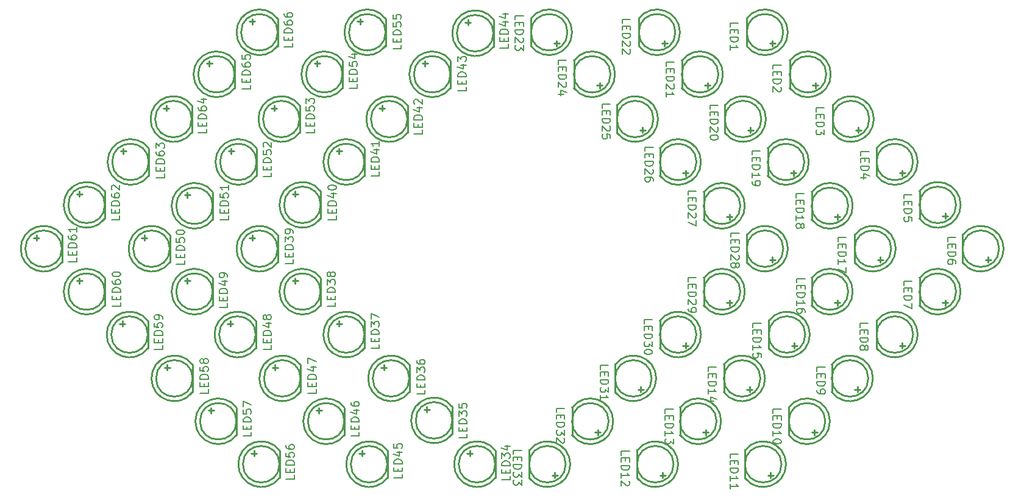
<source format=gto>
%TF.GenerationSoftware,KiCad,Pcbnew,5.1.7-a382d34a8~87~ubuntu20.04.1*%
%TF.CreationDate,2020-10-15T10:11:22+03:00*%
%TF.ProjectId,BL_PCB_latest,424c5f50-4342-45f6-9c61-746573742e6b,rev?*%
%TF.SameCoordinates,Original*%
%TF.FileFunction,Legend,Top*%
%TF.FilePolarity,Positive*%
%FSLAX46Y46*%
G04 Gerber Fmt 4.6, Leading zero omitted, Abs format (unit mm)*
G04 Created by KiCad (PCBNEW 5.1.7-a382d34a8~87~ubuntu20.04.1) date 2020-10-15 10:11:22*
%MOMM*%
%LPD*%
G01*
G04 APERTURE LIST*
%ADD10C,0.254000*%
%ADD11C,0.150000*%
%ADD12C,0.152000*%
%ADD13R,1.524000X1.524000*%
%ADD14C,1.600000*%
%ADD15C,3.000000*%
G04 APERTURE END LIST*
D10*
%TO.C,LED30*%
X173482000Y-74422000D02*
X173482000Y-78232000D01*
X177419000Y-77851000D02*
X176657000Y-77851000D01*
X177038000Y-77470000D02*
X177038000Y-78232000D01*
X178562000Y-76327000D02*
G75*
G03*
X178562000Y-76327000I-2540000J0D01*
G01*
X173482007Y-78232009D02*
G75*
G03*
X173482000Y-74422000I2539993J1905009D01*
G01*
%TO.C,LED23*%
X155575000Y-32385000D02*
X155575000Y-36195000D01*
X159512000Y-35814000D02*
X158750000Y-35814000D01*
X159131000Y-35433000D02*
X159131000Y-36195000D01*
X160655000Y-34290000D02*
G75*
G03*
X160655000Y-34290000I-2540000J0D01*
G01*
X155575007Y-36195009D02*
G75*
G03*
X155575000Y-32385000I2539993J1905009D01*
G01*
%TO.C,LED24*%
X161544000Y-38227000D02*
X161544000Y-42037000D01*
X165481000Y-41656000D02*
X164719000Y-41656000D01*
X165100000Y-41275000D02*
X165100000Y-42037000D01*
X166624000Y-40132000D02*
G75*
G03*
X166624000Y-40132000I-2540000J0D01*
G01*
X161544007Y-42037009D02*
G75*
G03*
X161544000Y-38227000I2539993J1905009D01*
G01*
%TO.C,LED25*%
X167513000Y-44450000D02*
X167513000Y-48260000D01*
X171450000Y-47879000D02*
X170688000Y-47879000D01*
X171069000Y-47498000D02*
X171069000Y-48260000D01*
X172593000Y-46355000D02*
G75*
G03*
X172593000Y-46355000I-2540000J0D01*
G01*
X167513007Y-48260009D02*
G75*
G03*
X167513000Y-44450000I2539993J1905009D01*
G01*
%TO.C,LED26*%
X173482000Y-50419000D02*
X173482000Y-54229000D01*
X177419000Y-53848000D02*
X176657000Y-53848000D01*
X177038000Y-53467000D02*
X177038000Y-54229000D01*
X178562000Y-52324000D02*
G75*
G03*
X178562000Y-52324000I-2540000J0D01*
G01*
X173482007Y-54229009D02*
G75*
G03*
X173482000Y-50419000I2539993J1905009D01*
G01*
%TO.C,LED27*%
X179578000Y-56515000D02*
X179578000Y-60325000D01*
X183515000Y-59944000D02*
X182753000Y-59944000D01*
X183134000Y-59563000D02*
X183134000Y-60325000D01*
X184658000Y-58420000D02*
G75*
G03*
X184658000Y-58420000I-2540000J0D01*
G01*
X179578007Y-60325009D02*
G75*
G03*
X179578000Y-56515000I2539993J1905009D01*
G01*
%TO.C,LED28*%
X185547000Y-62484000D02*
X185547000Y-66294000D01*
X189484000Y-65913000D02*
X188722000Y-65913000D01*
X189103000Y-65532000D02*
X189103000Y-66294000D01*
X190627000Y-64389000D02*
G75*
G03*
X190627000Y-64389000I-2540000J0D01*
G01*
X185547007Y-66294009D02*
G75*
G03*
X185547000Y-62484000I2539993J1905009D01*
G01*
%TO.C,LED29*%
X179578000Y-68453000D02*
X179578000Y-72263000D01*
X183515000Y-71882000D02*
X182753000Y-71882000D01*
X183134000Y-71501000D02*
X183134000Y-72263000D01*
X184658000Y-70358000D02*
G75*
G03*
X184658000Y-70358000I-2540000J0D01*
G01*
X179578007Y-72263009D02*
G75*
G03*
X179578000Y-68453000I2539993J1905009D01*
G01*
%TO.C,LED31*%
X167259000Y-80518000D02*
X167259000Y-84328000D01*
X171196000Y-83947000D02*
X170434000Y-83947000D01*
X170815000Y-83566000D02*
X170815000Y-84328000D01*
X172339000Y-82423000D02*
G75*
G03*
X172339000Y-82423000I-2540000J0D01*
G01*
X167259007Y-84328009D02*
G75*
G03*
X167259000Y-80518000I2539993J1905009D01*
G01*
%TO.C,LED32*%
X161290000Y-86487000D02*
X161290000Y-90297000D01*
X165227000Y-89916000D02*
X164465000Y-89916000D01*
X164846000Y-89535000D02*
X164846000Y-90297000D01*
X166370000Y-88392000D02*
G75*
G03*
X166370000Y-88392000I-2540000J0D01*
G01*
X161290007Y-90297009D02*
G75*
G03*
X161290000Y-86487000I2539993J1905009D01*
G01*
%TO.C,LED33*%
X155321000Y-92456000D02*
X155321000Y-96266000D01*
X159258000Y-95885000D02*
X158496000Y-95885000D01*
X158877000Y-95504000D02*
X158877000Y-96266000D01*
X160401000Y-94361000D02*
G75*
G03*
X160401000Y-94361000I-2540000J0D01*
G01*
X155321007Y-96266009D02*
G75*
G03*
X155321000Y-92456000I2539993J1905009D01*
G01*
%TO.C,LED34*%
X150622000Y-96266000D02*
X150622000Y-92456000D01*
X146685000Y-92837000D02*
X147447000Y-92837000D01*
X147066000Y-93218000D02*
X147066000Y-92456000D01*
X150622000Y-94361000D02*
G75*
G03*
X150622000Y-94361000I-2540000J0D01*
G01*
X150621993Y-92455991D02*
G75*
G03*
X150622000Y-96266000I-2539993J-1905009D01*
G01*
%TO.C,LED35*%
X144653000Y-90170000D02*
X144653000Y-86360000D01*
X140716000Y-86741000D02*
X141478000Y-86741000D01*
X141097000Y-87122000D02*
X141097000Y-86360000D01*
X144653000Y-88265000D02*
G75*
G03*
X144653000Y-88265000I-2540000J0D01*
G01*
X144652993Y-86359991D02*
G75*
G03*
X144653000Y-90170000I-2539993J-1905009D01*
G01*
%TO.C,LED36*%
X138684000Y-84328000D02*
X138684000Y-80518000D01*
X134747000Y-80899000D02*
X135509000Y-80899000D01*
X135128000Y-81280000D02*
X135128000Y-80518000D01*
X138684000Y-82423000D02*
G75*
G03*
X138684000Y-82423000I-2540000J0D01*
G01*
X138683993Y-80517991D02*
G75*
G03*
X138684000Y-84328000I-2539993J-1905009D01*
G01*
%TO.C,LED37*%
X132461000Y-78232000D02*
X132461000Y-74422000D01*
X128524000Y-74803000D02*
X129286000Y-74803000D01*
X128905000Y-75184000D02*
X128905000Y-74422000D01*
X132461000Y-76327000D02*
G75*
G03*
X132461000Y-76327000I-2540000J0D01*
G01*
X132460993Y-74421991D02*
G75*
G03*
X132461000Y-78232000I-2539993J-1905009D01*
G01*
%TO.C,LED38*%
X126365000Y-72263000D02*
X126365000Y-68453000D01*
X122428000Y-68834000D02*
X123190000Y-68834000D01*
X122809000Y-69215000D02*
X122809000Y-68453000D01*
X126365000Y-70358000D02*
G75*
G03*
X126365000Y-70358000I-2540000J0D01*
G01*
X126364993Y-68452991D02*
G75*
G03*
X126365000Y-72263000I-2539993J-1905009D01*
G01*
%TO.C,LED39*%
X120396000Y-66294000D02*
X120396000Y-62484000D01*
X116459000Y-62865000D02*
X117221000Y-62865000D01*
X116840000Y-63246000D02*
X116840000Y-62484000D01*
X120396000Y-64389000D02*
G75*
G03*
X120396000Y-64389000I-2540000J0D01*
G01*
X120395993Y-62483991D02*
G75*
G03*
X120396000Y-66294000I-2539993J-1905009D01*
G01*
%TO.C,LED40*%
X126365000Y-60198000D02*
X126365000Y-56388000D01*
X122428000Y-56769000D02*
X123190000Y-56769000D01*
X122809000Y-57150000D02*
X122809000Y-56388000D01*
X126365000Y-58293000D02*
G75*
G03*
X126365000Y-58293000I-2540000J0D01*
G01*
X126364993Y-56387991D02*
G75*
G03*
X126365000Y-60198000I-2539993J-1905009D01*
G01*
%TO.C,LED41*%
X132461000Y-54229000D02*
X132461000Y-50419000D01*
X128524000Y-50800000D02*
X129286000Y-50800000D01*
X128905000Y-51181000D02*
X128905000Y-50419000D01*
X132461000Y-52324000D02*
G75*
G03*
X132461000Y-52324000I-2540000J0D01*
G01*
X132460993Y-50418991D02*
G75*
G03*
X132461000Y-54229000I-2539993J-1905009D01*
G01*
%TO.C,LED42*%
X138430000Y-48260000D02*
X138430000Y-44450000D01*
X134493000Y-44831000D02*
X135255000Y-44831000D01*
X134874000Y-45212000D02*
X134874000Y-44450000D01*
X138430000Y-46355000D02*
G75*
G03*
X138430000Y-46355000I-2540000J0D01*
G01*
X138429993Y-44449991D02*
G75*
G03*
X138430000Y-48260000I-2539993J-1905009D01*
G01*
%TO.C,LED43*%
X144399000Y-42037000D02*
X144399000Y-38227000D01*
X140462000Y-38608000D02*
X141224000Y-38608000D01*
X140843000Y-38989000D02*
X140843000Y-38227000D01*
X144399000Y-40132000D02*
G75*
G03*
X144399000Y-40132000I-2540000J0D01*
G01*
X144398993Y-38226991D02*
G75*
G03*
X144399000Y-42037000I-2539993J-1905009D01*
G01*
%TO.C,LED44*%
X150368000Y-36322000D02*
X150368000Y-32512000D01*
X146431000Y-32893000D02*
X147193000Y-32893000D01*
X146812000Y-33274000D02*
X146812000Y-32512000D01*
X150368000Y-34417000D02*
G75*
G03*
X150368000Y-34417000I-2540000J0D01*
G01*
X150367993Y-32511991D02*
G75*
G03*
X150368000Y-36322000I-2539993J-1905009D01*
G01*
%TO.C,LED45*%
X135636000Y-96266000D02*
X135636000Y-92456000D01*
X131699000Y-92837000D02*
X132461000Y-92837000D01*
X132080000Y-93218000D02*
X132080000Y-92456000D01*
X135636000Y-94361000D02*
G75*
G03*
X135636000Y-94361000I-2540000J0D01*
G01*
X135635993Y-92455991D02*
G75*
G03*
X135636000Y-96266000I-2539993J-1905009D01*
G01*
%TO.C,LED46*%
X129667000Y-90297000D02*
X129667000Y-86487000D01*
X125730000Y-86868000D02*
X126492000Y-86868000D01*
X126111000Y-87249000D02*
X126111000Y-86487000D01*
X129667000Y-88392000D02*
G75*
G03*
X129667000Y-88392000I-2540000J0D01*
G01*
X129666993Y-86486991D02*
G75*
G03*
X129667000Y-90297000I-2539993J-1905009D01*
G01*
%TO.C,LED47*%
X123571000Y-84328000D02*
X123571000Y-80518000D01*
X119634000Y-80899000D02*
X120396000Y-80899000D01*
X120015000Y-81280000D02*
X120015000Y-80518000D01*
X123571000Y-82423000D02*
G75*
G03*
X123571000Y-82423000I-2540000J0D01*
G01*
X123570993Y-80517991D02*
G75*
G03*
X123571000Y-84328000I-2539993J-1905009D01*
G01*
%TO.C,LED48*%
X117348000Y-78232000D02*
X117348000Y-74422000D01*
X113411000Y-74803000D02*
X114173000Y-74803000D01*
X113792000Y-75184000D02*
X113792000Y-74422000D01*
X117348000Y-76327000D02*
G75*
G03*
X117348000Y-76327000I-2540000J0D01*
G01*
X117347993Y-74421991D02*
G75*
G03*
X117348000Y-78232000I-2539993J-1905009D01*
G01*
%TO.C,LED49*%
X111379000Y-72263000D02*
X111379000Y-68453000D01*
X107442000Y-68834000D02*
X108204000Y-68834000D01*
X107823000Y-69215000D02*
X107823000Y-68453000D01*
X111379000Y-70358000D02*
G75*
G03*
X111379000Y-70358000I-2540000J0D01*
G01*
X111378993Y-68452991D02*
G75*
G03*
X111379000Y-72263000I-2539993J-1905009D01*
G01*
%TO.C,LED50*%
X105410000Y-66294000D02*
X105410000Y-62484000D01*
X101473000Y-62865000D02*
X102235000Y-62865000D01*
X101854000Y-63246000D02*
X101854000Y-62484000D01*
X105410000Y-64389000D02*
G75*
G03*
X105410000Y-64389000I-2540000J0D01*
G01*
X105409993Y-62483991D02*
G75*
G03*
X105410000Y-66294000I-2539993J-1905009D01*
G01*
%TO.C,LED51*%
X111379000Y-60325000D02*
X111379000Y-56515000D01*
X107442000Y-56896000D02*
X108204000Y-56896000D01*
X107823000Y-57277000D02*
X107823000Y-56515000D01*
X111379000Y-58420000D02*
G75*
G03*
X111379000Y-58420000I-2540000J0D01*
G01*
X111378993Y-56514991D02*
G75*
G03*
X111379000Y-60325000I-2539993J-1905009D01*
G01*
%TO.C,LED52*%
X117475000Y-54229000D02*
X117475000Y-50419000D01*
X113538000Y-50800000D02*
X114300000Y-50800000D01*
X113919000Y-51181000D02*
X113919000Y-50419000D01*
X117475000Y-52324000D02*
G75*
G03*
X117475000Y-52324000I-2540000J0D01*
G01*
X117474993Y-50418991D02*
G75*
G03*
X117475000Y-54229000I-2539993J-1905009D01*
G01*
%TO.C,LED53*%
X123444000Y-48260000D02*
X123444000Y-44450000D01*
X119507000Y-44831000D02*
X120269000Y-44831000D01*
X119888000Y-45212000D02*
X119888000Y-44450000D01*
X123444000Y-46355000D02*
G75*
G03*
X123444000Y-46355000I-2540000J0D01*
G01*
X123443993Y-44449991D02*
G75*
G03*
X123444000Y-48260000I-2539993J-1905009D01*
G01*
%TO.C,LED54*%
X129413000Y-42037000D02*
X129413000Y-38227000D01*
X125476000Y-38608000D02*
X126238000Y-38608000D01*
X125857000Y-38989000D02*
X125857000Y-38227000D01*
X129413000Y-40132000D02*
G75*
G03*
X129413000Y-40132000I-2540000J0D01*
G01*
X129412993Y-38226991D02*
G75*
G03*
X129413000Y-42037000I-2539993J-1905009D01*
G01*
%TO.C,LED55*%
X135382000Y-36195000D02*
X135382000Y-32385000D01*
X131445000Y-32766000D02*
X132207000Y-32766000D01*
X131826000Y-33147000D02*
X131826000Y-32385000D01*
X135382000Y-34290000D02*
G75*
G03*
X135382000Y-34290000I-2540000J0D01*
G01*
X135381993Y-32384991D02*
G75*
G03*
X135382000Y-36195000I-2539993J-1905009D01*
G01*
%TO.C,LED56*%
X120650000Y-96266000D02*
X120650000Y-92456000D01*
X116713000Y-92837000D02*
X117475000Y-92837000D01*
X117094000Y-93218000D02*
X117094000Y-92456000D01*
X120650000Y-94361000D02*
G75*
G03*
X120650000Y-94361000I-2540000J0D01*
G01*
X120649993Y-92455991D02*
G75*
G03*
X120650000Y-96266000I-2539993J-1905009D01*
G01*
%TO.C,LED57*%
X114681000Y-90297000D02*
X114681000Y-86487000D01*
X110744000Y-86868000D02*
X111506000Y-86868000D01*
X111125000Y-87249000D02*
X111125000Y-86487000D01*
X114681000Y-88392000D02*
G75*
G03*
X114681000Y-88392000I-2540000J0D01*
G01*
X114680993Y-86486991D02*
G75*
G03*
X114681000Y-90297000I-2539993J-1905009D01*
G01*
%TO.C,LED58*%
X108585000Y-84328000D02*
X108585000Y-80518000D01*
X104648000Y-80899000D02*
X105410000Y-80899000D01*
X105029000Y-81280000D02*
X105029000Y-80518000D01*
X108585000Y-82423000D02*
G75*
G03*
X108585000Y-82423000I-2540000J0D01*
G01*
X108584993Y-80517991D02*
G75*
G03*
X108585000Y-84328000I-2539993J-1905009D01*
G01*
%TO.C,LED59*%
X102362000Y-78232000D02*
X102362000Y-74422000D01*
X98425000Y-74803000D02*
X99187000Y-74803000D01*
X98806000Y-75184000D02*
X98806000Y-74422000D01*
X102362000Y-76327000D02*
G75*
G03*
X102362000Y-76327000I-2540000J0D01*
G01*
X102361993Y-74421991D02*
G75*
G03*
X102362000Y-78232000I-2539993J-1905009D01*
G01*
%TO.C,LED60*%
X96393000Y-72263000D02*
X96393000Y-68453000D01*
X92456000Y-68834000D02*
X93218000Y-68834000D01*
X92837000Y-69215000D02*
X92837000Y-68453000D01*
X96393000Y-70358000D02*
G75*
G03*
X96393000Y-70358000I-2540000J0D01*
G01*
X96392993Y-68452991D02*
G75*
G03*
X96393000Y-72263000I-2539993J-1905009D01*
G01*
%TO.C,LED61*%
X90424000Y-66294000D02*
X90424000Y-62484000D01*
X86487000Y-62865000D02*
X87249000Y-62865000D01*
X86868000Y-63246000D02*
X86868000Y-62484000D01*
X90424000Y-64389000D02*
G75*
G03*
X90424000Y-64389000I-2540000J0D01*
G01*
X90423993Y-62483991D02*
G75*
G03*
X90424000Y-66294000I-2539993J-1905009D01*
G01*
%TO.C,LED62*%
X96393000Y-60198000D02*
X96393000Y-56388000D01*
X92456000Y-56769000D02*
X93218000Y-56769000D01*
X92837000Y-57150000D02*
X92837000Y-56388000D01*
X96393000Y-58293000D02*
G75*
G03*
X96393000Y-58293000I-2540000J0D01*
G01*
X96392993Y-56387991D02*
G75*
G03*
X96393000Y-60198000I-2539993J-1905009D01*
G01*
%TO.C,LED63*%
X102489000Y-54229000D02*
X102489000Y-50419000D01*
X98552000Y-50800000D02*
X99314000Y-50800000D01*
X98933000Y-51181000D02*
X98933000Y-50419000D01*
X102489000Y-52324000D02*
G75*
G03*
X102489000Y-52324000I-2540000J0D01*
G01*
X102488993Y-50418991D02*
G75*
G03*
X102489000Y-54229000I-2539993J-1905009D01*
G01*
%TO.C,LED64*%
X108458000Y-48260000D02*
X108458000Y-44450000D01*
X104521000Y-44831000D02*
X105283000Y-44831000D01*
X104902000Y-45212000D02*
X104902000Y-44450000D01*
X108458000Y-46355000D02*
G75*
G03*
X108458000Y-46355000I-2540000J0D01*
G01*
X108457993Y-44449991D02*
G75*
G03*
X108458000Y-48260000I-2539993J-1905009D01*
G01*
%TO.C,LED65*%
X114427000Y-42037000D02*
X114427000Y-38227000D01*
X110490000Y-38608000D02*
X111252000Y-38608000D01*
X110871000Y-38989000D02*
X110871000Y-38227000D01*
X114427000Y-40132000D02*
G75*
G03*
X114427000Y-40132000I-2540000J0D01*
G01*
X114426993Y-38226991D02*
G75*
G03*
X114427000Y-42037000I-2539993J-1905009D01*
G01*
%TO.C,LED66*%
X120396000Y-36195000D02*
X120396000Y-32385000D01*
X116459000Y-32766000D02*
X117221000Y-32766000D01*
X116840000Y-33147000D02*
X116840000Y-32385000D01*
X120396000Y-34290000D02*
G75*
G03*
X120396000Y-34290000I-2540000J0D01*
G01*
X120395993Y-32384991D02*
G75*
G03*
X120396000Y-36195000I-2539993J-1905009D01*
G01*
%TO.C,LED7*%
X209550000Y-68453000D02*
X209550000Y-72263000D01*
X213487000Y-71882000D02*
X212725000Y-71882000D01*
X213106000Y-71501000D02*
X213106000Y-72263000D01*
X214630000Y-70358000D02*
G75*
G03*
X214630000Y-70358000I-2540000J0D01*
G01*
X209550007Y-72263009D02*
G75*
G03*
X209550000Y-68453000I2539993J1905009D01*
G01*
%TO.C,LED2*%
X191516000Y-38227000D02*
X191516000Y-42037000D01*
X195453000Y-41656000D02*
X194691000Y-41656000D01*
X195072000Y-41275000D02*
X195072000Y-42037000D01*
X196596000Y-40132000D02*
G75*
G03*
X196596000Y-40132000I-2540000J0D01*
G01*
X191516007Y-42037009D02*
G75*
G03*
X191516000Y-38227000I2539993J1905009D01*
G01*
%TO.C,LED10*%
X191389000Y-86487000D02*
X191389000Y-90297000D01*
X195326000Y-89916000D02*
X194564000Y-89916000D01*
X194945000Y-89535000D02*
X194945000Y-90297000D01*
X196469000Y-88392000D02*
G75*
G03*
X196469000Y-88392000I-2540000J0D01*
G01*
X191389007Y-90297009D02*
G75*
G03*
X191389000Y-86487000I2539993J1905009D01*
G01*
%TO.C,LED9*%
X197358000Y-80518000D02*
X197358000Y-84328000D01*
X201295000Y-83947000D02*
X200533000Y-83947000D01*
X200914000Y-83566000D02*
X200914000Y-84328000D01*
X202438000Y-82423000D02*
G75*
G03*
X202438000Y-82423000I-2540000J0D01*
G01*
X197358007Y-84328009D02*
G75*
G03*
X197358000Y-80518000I2539993J1905009D01*
G01*
%TO.C,LED8*%
X203581000Y-74422000D02*
X203581000Y-78232000D01*
X207518000Y-77851000D02*
X206756000Y-77851000D01*
X207137000Y-77470000D02*
X207137000Y-78232000D01*
X208661000Y-76327000D02*
G75*
G03*
X208661000Y-76327000I-2540000J0D01*
G01*
X203581007Y-78232009D02*
G75*
G03*
X203581000Y-74422000I2539993J1905009D01*
G01*
%TO.C,LED11*%
X185293000Y-92456000D02*
X185293000Y-96266000D01*
X189230000Y-95885000D02*
X188468000Y-95885000D01*
X188849000Y-95504000D02*
X188849000Y-96266000D01*
X190373000Y-94361000D02*
G75*
G03*
X190373000Y-94361000I-2540000J0D01*
G01*
X185293007Y-96266009D02*
G75*
G03*
X185293000Y-92456000I2539993J1905009D01*
G01*
%TO.C,LED6*%
X215519000Y-62484000D02*
X215519000Y-66294000D01*
X219456000Y-65913000D02*
X218694000Y-65913000D01*
X219075000Y-65532000D02*
X219075000Y-66294000D01*
X220599000Y-64389000D02*
G75*
G03*
X220599000Y-64389000I-2540000J0D01*
G01*
X215519007Y-66294009D02*
G75*
G03*
X215519000Y-62484000I2539993J1905009D01*
G01*
%TO.C,LED5*%
X209550000Y-56388000D02*
X209550000Y-60198000D01*
X213487000Y-59817000D02*
X212725000Y-59817000D01*
X213106000Y-59436000D02*
X213106000Y-60198000D01*
X214630000Y-58293000D02*
G75*
G03*
X214630000Y-58293000I-2540000J0D01*
G01*
X209550007Y-60198009D02*
G75*
G03*
X209550000Y-56388000I2539993J1905009D01*
G01*
%TO.C,LED4*%
X203581000Y-50419000D02*
X203581000Y-54229000D01*
X207518000Y-53848000D02*
X206756000Y-53848000D01*
X207137000Y-53467000D02*
X207137000Y-54229000D01*
X208661000Y-52324000D02*
G75*
G03*
X208661000Y-52324000I-2540000J0D01*
G01*
X203581007Y-54229009D02*
G75*
G03*
X203581000Y-50419000I2539993J1905009D01*
G01*
%TO.C,LED3*%
X197485000Y-44450000D02*
X197485000Y-48260000D01*
X201422000Y-47879000D02*
X200660000Y-47879000D01*
X201041000Y-47498000D02*
X201041000Y-48260000D01*
X202565000Y-46355000D02*
G75*
G03*
X202565000Y-46355000I-2540000J0D01*
G01*
X197485007Y-48260009D02*
G75*
G03*
X197485000Y-44450000I2539993J1905009D01*
G01*
%TO.C,LED1*%
X185547000Y-32385000D02*
X185547000Y-36195000D01*
X189484000Y-35814000D02*
X188722000Y-35814000D01*
X189103000Y-35433000D02*
X189103000Y-36195000D01*
X190627000Y-34290000D02*
G75*
G03*
X190627000Y-34290000I-2540000J0D01*
G01*
X185547007Y-36195009D02*
G75*
G03*
X185547000Y-32385000I2539993J1905009D01*
G01*
%TO.C,LED12*%
X170307000Y-92456000D02*
X170307000Y-96266000D01*
X174244000Y-95885000D02*
X173482000Y-95885000D01*
X173863000Y-95504000D02*
X173863000Y-96266000D01*
X175387000Y-94361000D02*
G75*
G03*
X175387000Y-94361000I-2540000J0D01*
G01*
X170307007Y-96266009D02*
G75*
G03*
X170307000Y-92456000I2539993J1905009D01*
G01*
%TO.C,LED13*%
X176276000Y-86487000D02*
X176276000Y-90297000D01*
X180213000Y-89916000D02*
X179451000Y-89916000D01*
X179832000Y-89535000D02*
X179832000Y-90297000D01*
X181356000Y-88392000D02*
G75*
G03*
X181356000Y-88392000I-2540000J0D01*
G01*
X176276007Y-90297009D02*
G75*
G03*
X176276000Y-86487000I2539993J1905009D01*
G01*
%TO.C,LED14*%
X182372000Y-80518000D02*
X182372000Y-84328000D01*
X186309000Y-83947000D02*
X185547000Y-83947000D01*
X185928000Y-83566000D02*
X185928000Y-84328000D01*
X187452000Y-82423000D02*
G75*
G03*
X187452000Y-82423000I-2540000J0D01*
G01*
X182372007Y-84328009D02*
G75*
G03*
X182372000Y-80518000I2539993J1905009D01*
G01*
%TO.C,LED15*%
X188595000Y-74422000D02*
X188595000Y-78232000D01*
X192532000Y-77851000D02*
X191770000Y-77851000D01*
X192151000Y-77470000D02*
X192151000Y-78232000D01*
X193675000Y-76327000D02*
G75*
G03*
X193675000Y-76327000I-2540000J0D01*
G01*
X188595007Y-78232009D02*
G75*
G03*
X188595000Y-74422000I2539993J1905009D01*
G01*
%TO.C,LED16*%
X194564000Y-68453000D02*
X194564000Y-72263000D01*
X198501000Y-71882000D02*
X197739000Y-71882000D01*
X198120000Y-71501000D02*
X198120000Y-72263000D01*
X199644000Y-70358000D02*
G75*
G03*
X199644000Y-70358000I-2540000J0D01*
G01*
X194564007Y-72263009D02*
G75*
G03*
X194564000Y-68453000I2539993J1905009D01*
G01*
%TO.C,LED17*%
X200533000Y-62484000D02*
X200533000Y-66294000D01*
X204470000Y-65913000D02*
X203708000Y-65913000D01*
X204089000Y-65532000D02*
X204089000Y-66294000D01*
X205613000Y-64389000D02*
G75*
G03*
X205613000Y-64389000I-2540000J0D01*
G01*
X200533007Y-66294009D02*
G75*
G03*
X200533000Y-62484000I2539993J1905009D01*
G01*
%TO.C,LED18*%
X194564000Y-56515000D02*
X194564000Y-60325000D01*
X198501000Y-59944000D02*
X197739000Y-59944000D01*
X198120000Y-59563000D02*
X198120000Y-60325000D01*
X199644000Y-58420000D02*
G75*
G03*
X199644000Y-58420000I-2540000J0D01*
G01*
X194564007Y-60325009D02*
G75*
G03*
X194564000Y-56515000I2539993J1905009D01*
G01*
%TO.C,LED19*%
X188468000Y-50419000D02*
X188468000Y-54229000D01*
X192405000Y-53848000D02*
X191643000Y-53848000D01*
X192024000Y-53467000D02*
X192024000Y-54229000D01*
X193548000Y-52324000D02*
G75*
G03*
X193548000Y-52324000I-2540000J0D01*
G01*
X188468007Y-54229009D02*
G75*
G03*
X188468000Y-50419000I2539993J1905009D01*
G01*
%TO.C,LED20*%
X182499000Y-44450000D02*
X182499000Y-48260000D01*
X186436000Y-47879000D02*
X185674000Y-47879000D01*
X186055000Y-47498000D02*
X186055000Y-48260000D01*
X187579000Y-46355000D02*
G75*
G03*
X187579000Y-46355000I-2540000J0D01*
G01*
X182499007Y-48260009D02*
G75*
G03*
X182499000Y-44450000I2539993J1905009D01*
G01*
%TO.C,LED21*%
X176530000Y-38227000D02*
X176530000Y-42037000D01*
X180467000Y-41656000D02*
X179705000Y-41656000D01*
X180086000Y-41275000D02*
X180086000Y-42037000D01*
X181610000Y-40132000D02*
G75*
G03*
X181610000Y-40132000I-2540000J0D01*
G01*
X176530007Y-42037009D02*
G75*
G03*
X176530000Y-38227000I2539993J1905009D01*
G01*
%TO.C,LED22*%
X170561000Y-32385000D02*
X170561000Y-36195000D01*
X174498000Y-35814000D02*
X173736000Y-35814000D01*
X174117000Y-35433000D02*
X174117000Y-36195000D01*
X175641000Y-34290000D02*
G75*
G03*
X175641000Y-34290000I-2540000J0D01*
G01*
X170561007Y-36195009D02*
G75*
G03*
X170561000Y-32385000I2539993J1905009D01*
G01*
%TO.C,*%
D11*
%TO.C,LED30*%
D12*
X171313928Y-74829228D02*
X171313928Y-74284942D01*
X172456928Y-74284942D01*
X171912642Y-75210228D02*
X171912642Y-75591228D01*
X171313928Y-75754514D02*
X171313928Y-75210228D01*
X172456928Y-75210228D01*
X172456928Y-75754514D01*
X171313928Y-76244371D02*
X172456928Y-76244371D01*
X172456928Y-76516514D01*
X172402500Y-76679800D01*
X172293642Y-76788657D01*
X172184785Y-76843085D01*
X171967071Y-76897514D01*
X171803785Y-76897514D01*
X171586071Y-76843085D01*
X171477214Y-76788657D01*
X171368357Y-76679800D01*
X171313928Y-76516514D01*
X171313928Y-76244371D01*
X172456928Y-77278514D02*
X172456928Y-77986085D01*
X172021500Y-77605085D01*
X172021500Y-77768371D01*
X171967071Y-77877228D01*
X171912642Y-77931657D01*
X171803785Y-77986085D01*
X171531642Y-77986085D01*
X171422785Y-77931657D01*
X171368357Y-77877228D01*
X171313928Y-77768371D01*
X171313928Y-77441800D01*
X171368357Y-77332942D01*
X171422785Y-77278514D01*
X172456928Y-78693657D02*
X172456928Y-78802514D01*
X172402500Y-78911371D01*
X172348071Y-78965800D01*
X172239214Y-79020228D01*
X172021500Y-79074657D01*
X171749357Y-79074657D01*
X171531642Y-79020228D01*
X171422785Y-78965800D01*
X171368357Y-78911371D01*
X171313928Y-78802514D01*
X171313928Y-78693657D01*
X171368357Y-78584800D01*
X171422785Y-78530371D01*
X171531642Y-78475942D01*
X171749357Y-78421514D01*
X172021500Y-78421514D01*
X172239214Y-78475942D01*
X172348071Y-78530371D01*
X172402500Y-78584800D01*
X172456928Y-78693657D01*
%TO.C,LED23*%
X153406928Y-32538228D02*
X153406928Y-31993942D01*
X154549928Y-31993942D01*
X154005642Y-32919228D02*
X154005642Y-33300228D01*
X153406928Y-33463514D02*
X153406928Y-32919228D01*
X154549928Y-32919228D01*
X154549928Y-33463514D01*
X153406928Y-33953371D02*
X154549928Y-33953371D01*
X154549928Y-34225514D01*
X154495500Y-34388800D01*
X154386642Y-34497657D01*
X154277785Y-34552085D01*
X154060071Y-34606514D01*
X153896785Y-34606514D01*
X153679071Y-34552085D01*
X153570214Y-34497657D01*
X153461357Y-34388800D01*
X153406928Y-34225514D01*
X153406928Y-33953371D01*
X154441071Y-35041942D02*
X154495500Y-35096371D01*
X154549928Y-35205228D01*
X154549928Y-35477371D01*
X154495500Y-35586228D01*
X154441071Y-35640657D01*
X154332214Y-35695085D01*
X154223357Y-35695085D01*
X154060071Y-35640657D01*
X153406928Y-34987514D01*
X153406928Y-35695085D01*
X154549928Y-36076085D02*
X154549928Y-36783657D01*
X154114500Y-36402657D01*
X154114500Y-36565942D01*
X154060071Y-36674800D01*
X154005642Y-36729228D01*
X153896785Y-36783657D01*
X153624642Y-36783657D01*
X153515785Y-36729228D01*
X153461357Y-36674800D01*
X153406928Y-36565942D01*
X153406928Y-36239371D01*
X153461357Y-36130514D01*
X153515785Y-36076085D01*
%TO.C,LED24*%
X159375928Y-38761228D02*
X159375928Y-38216942D01*
X160518928Y-38216942D01*
X159974642Y-39142228D02*
X159974642Y-39523228D01*
X159375928Y-39686514D02*
X159375928Y-39142228D01*
X160518928Y-39142228D01*
X160518928Y-39686514D01*
X159375928Y-40176371D02*
X160518928Y-40176371D01*
X160518928Y-40448514D01*
X160464500Y-40611800D01*
X160355642Y-40720657D01*
X160246785Y-40775085D01*
X160029071Y-40829514D01*
X159865785Y-40829514D01*
X159648071Y-40775085D01*
X159539214Y-40720657D01*
X159430357Y-40611800D01*
X159375928Y-40448514D01*
X159375928Y-40176371D01*
X160410071Y-41264942D02*
X160464500Y-41319371D01*
X160518928Y-41428228D01*
X160518928Y-41700371D01*
X160464500Y-41809228D01*
X160410071Y-41863657D01*
X160301214Y-41918085D01*
X160192357Y-41918085D01*
X160029071Y-41863657D01*
X159375928Y-41210514D01*
X159375928Y-41918085D01*
X160137928Y-42897800D02*
X159375928Y-42897800D01*
X160573357Y-42625657D02*
X159756928Y-42353514D01*
X159756928Y-43061085D01*
%TO.C,LED25*%
X165471928Y-44857228D02*
X165471928Y-44312942D01*
X166614928Y-44312942D01*
X166070642Y-45238228D02*
X166070642Y-45619228D01*
X165471928Y-45782514D02*
X165471928Y-45238228D01*
X166614928Y-45238228D01*
X166614928Y-45782514D01*
X165471928Y-46272371D02*
X166614928Y-46272371D01*
X166614928Y-46544514D01*
X166560500Y-46707800D01*
X166451642Y-46816657D01*
X166342785Y-46871085D01*
X166125071Y-46925514D01*
X165961785Y-46925514D01*
X165744071Y-46871085D01*
X165635214Y-46816657D01*
X165526357Y-46707800D01*
X165471928Y-46544514D01*
X165471928Y-46272371D01*
X166506071Y-47360942D02*
X166560500Y-47415371D01*
X166614928Y-47524228D01*
X166614928Y-47796371D01*
X166560500Y-47905228D01*
X166506071Y-47959657D01*
X166397214Y-48014085D01*
X166288357Y-48014085D01*
X166125071Y-47959657D01*
X165471928Y-47306514D01*
X165471928Y-48014085D01*
X166614928Y-49048228D02*
X166614928Y-48503942D01*
X166070642Y-48449514D01*
X166125071Y-48503942D01*
X166179500Y-48612800D01*
X166179500Y-48884942D01*
X166125071Y-48993800D01*
X166070642Y-49048228D01*
X165961785Y-49102657D01*
X165689642Y-49102657D01*
X165580785Y-49048228D01*
X165526357Y-48993800D01*
X165471928Y-48884942D01*
X165471928Y-48612800D01*
X165526357Y-48503942D01*
X165580785Y-48449514D01*
%TO.C,LED26*%
X171440928Y-50826228D02*
X171440928Y-50281942D01*
X172583928Y-50281942D01*
X172039642Y-51207228D02*
X172039642Y-51588228D01*
X171440928Y-51751514D02*
X171440928Y-51207228D01*
X172583928Y-51207228D01*
X172583928Y-51751514D01*
X171440928Y-52241371D02*
X172583928Y-52241371D01*
X172583928Y-52513514D01*
X172529500Y-52676800D01*
X172420642Y-52785657D01*
X172311785Y-52840085D01*
X172094071Y-52894514D01*
X171930785Y-52894514D01*
X171713071Y-52840085D01*
X171604214Y-52785657D01*
X171495357Y-52676800D01*
X171440928Y-52513514D01*
X171440928Y-52241371D01*
X172475071Y-53329942D02*
X172529500Y-53384371D01*
X172583928Y-53493228D01*
X172583928Y-53765371D01*
X172529500Y-53874228D01*
X172475071Y-53928657D01*
X172366214Y-53983085D01*
X172257357Y-53983085D01*
X172094071Y-53928657D01*
X171440928Y-53275514D01*
X171440928Y-53983085D01*
X172583928Y-54962800D02*
X172583928Y-54745085D01*
X172529500Y-54636228D01*
X172475071Y-54581800D01*
X172311785Y-54472942D01*
X172094071Y-54418514D01*
X171658642Y-54418514D01*
X171549785Y-54472942D01*
X171495357Y-54527371D01*
X171440928Y-54636228D01*
X171440928Y-54853942D01*
X171495357Y-54962800D01*
X171549785Y-55017228D01*
X171658642Y-55071657D01*
X171930785Y-55071657D01*
X172039642Y-55017228D01*
X172094071Y-54962800D01*
X172148500Y-54853942D01*
X172148500Y-54636228D01*
X172094071Y-54527371D01*
X172039642Y-54472942D01*
X171930785Y-54418514D01*
%TO.C,LED27*%
X177409928Y-56922228D02*
X177409928Y-56377942D01*
X178552928Y-56377942D01*
X178008642Y-57303228D02*
X178008642Y-57684228D01*
X177409928Y-57847514D02*
X177409928Y-57303228D01*
X178552928Y-57303228D01*
X178552928Y-57847514D01*
X177409928Y-58337371D02*
X178552928Y-58337371D01*
X178552928Y-58609514D01*
X178498500Y-58772800D01*
X178389642Y-58881657D01*
X178280785Y-58936085D01*
X178063071Y-58990514D01*
X177899785Y-58990514D01*
X177682071Y-58936085D01*
X177573214Y-58881657D01*
X177464357Y-58772800D01*
X177409928Y-58609514D01*
X177409928Y-58337371D01*
X178444071Y-59425942D02*
X178498500Y-59480371D01*
X178552928Y-59589228D01*
X178552928Y-59861371D01*
X178498500Y-59970228D01*
X178444071Y-60024657D01*
X178335214Y-60079085D01*
X178226357Y-60079085D01*
X178063071Y-60024657D01*
X177409928Y-59371514D01*
X177409928Y-60079085D01*
X178552928Y-60460085D02*
X178552928Y-61222085D01*
X177409928Y-60732228D01*
%TO.C,LED28*%
X183378928Y-62764228D02*
X183378928Y-62219942D01*
X184521928Y-62219942D01*
X183977642Y-63145228D02*
X183977642Y-63526228D01*
X183378928Y-63689514D02*
X183378928Y-63145228D01*
X184521928Y-63145228D01*
X184521928Y-63689514D01*
X183378928Y-64179371D02*
X184521928Y-64179371D01*
X184521928Y-64451514D01*
X184467500Y-64614800D01*
X184358642Y-64723657D01*
X184249785Y-64778085D01*
X184032071Y-64832514D01*
X183868785Y-64832514D01*
X183651071Y-64778085D01*
X183542214Y-64723657D01*
X183433357Y-64614800D01*
X183378928Y-64451514D01*
X183378928Y-64179371D01*
X184413071Y-65267942D02*
X184467500Y-65322371D01*
X184521928Y-65431228D01*
X184521928Y-65703371D01*
X184467500Y-65812228D01*
X184413071Y-65866657D01*
X184304214Y-65921085D01*
X184195357Y-65921085D01*
X184032071Y-65866657D01*
X183378928Y-65213514D01*
X183378928Y-65921085D01*
X184032071Y-66574228D02*
X184086500Y-66465371D01*
X184140928Y-66410942D01*
X184249785Y-66356514D01*
X184304214Y-66356514D01*
X184413071Y-66410942D01*
X184467500Y-66465371D01*
X184521928Y-66574228D01*
X184521928Y-66791942D01*
X184467500Y-66900800D01*
X184413071Y-66955228D01*
X184304214Y-67009657D01*
X184249785Y-67009657D01*
X184140928Y-66955228D01*
X184086500Y-66900800D01*
X184032071Y-66791942D01*
X184032071Y-66574228D01*
X183977642Y-66465371D01*
X183923214Y-66410942D01*
X183814357Y-66356514D01*
X183596642Y-66356514D01*
X183487785Y-66410942D01*
X183433357Y-66465371D01*
X183378928Y-66574228D01*
X183378928Y-66791942D01*
X183433357Y-66900800D01*
X183487785Y-66955228D01*
X183596642Y-67009657D01*
X183814357Y-67009657D01*
X183923214Y-66955228D01*
X183977642Y-66900800D01*
X184032071Y-66791942D01*
%TO.C,LED29*%
X177409928Y-68987228D02*
X177409928Y-68442942D01*
X178552928Y-68442942D01*
X178008642Y-69368228D02*
X178008642Y-69749228D01*
X177409928Y-69912514D02*
X177409928Y-69368228D01*
X178552928Y-69368228D01*
X178552928Y-69912514D01*
X177409928Y-70402371D02*
X178552928Y-70402371D01*
X178552928Y-70674514D01*
X178498500Y-70837800D01*
X178389642Y-70946657D01*
X178280785Y-71001085D01*
X178063071Y-71055514D01*
X177899785Y-71055514D01*
X177682071Y-71001085D01*
X177573214Y-70946657D01*
X177464357Y-70837800D01*
X177409928Y-70674514D01*
X177409928Y-70402371D01*
X178444071Y-71490942D02*
X178498500Y-71545371D01*
X178552928Y-71654228D01*
X178552928Y-71926371D01*
X178498500Y-72035228D01*
X178444071Y-72089657D01*
X178335214Y-72144085D01*
X178226357Y-72144085D01*
X178063071Y-72089657D01*
X177409928Y-71436514D01*
X177409928Y-72144085D01*
X177409928Y-72688371D02*
X177409928Y-72906085D01*
X177464357Y-73014942D01*
X177518785Y-73069371D01*
X177682071Y-73178228D01*
X177899785Y-73232657D01*
X178335214Y-73232657D01*
X178444071Y-73178228D01*
X178498500Y-73123800D01*
X178552928Y-73014942D01*
X178552928Y-72797228D01*
X178498500Y-72688371D01*
X178444071Y-72633942D01*
X178335214Y-72579514D01*
X178063071Y-72579514D01*
X177954214Y-72633942D01*
X177899785Y-72688371D01*
X177845357Y-72797228D01*
X177845357Y-73014942D01*
X177899785Y-73123800D01*
X177954214Y-73178228D01*
X178063071Y-73232657D01*
%TO.C,LED31*%
X165217928Y-81179228D02*
X165217928Y-80634942D01*
X166360928Y-80634942D01*
X165816642Y-81560228D02*
X165816642Y-81941228D01*
X165217928Y-82104514D02*
X165217928Y-81560228D01*
X166360928Y-81560228D01*
X166360928Y-82104514D01*
X165217928Y-82594371D02*
X166360928Y-82594371D01*
X166360928Y-82866514D01*
X166306500Y-83029800D01*
X166197642Y-83138657D01*
X166088785Y-83193085D01*
X165871071Y-83247514D01*
X165707785Y-83247514D01*
X165490071Y-83193085D01*
X165381214Y-83138657D01*
X165272357Y-83029800D01*
X165217928Y-82866514D01*
X165217928Y-82594371D01*
X166360928Y-83628514D02*
X166360928Y-84336085D01*
X165925500Y-83955085D01*
X165925500Y-84118371D01*
X165871071Y-84227228D01*
X165816642Y-84281657D01*
X165707785Y-84336085D01*
X165435642Y-84336085D01*
X165326785Y-84281657D01*
X165272357Y-84227228D01*
X165217928Y-84118371D01*
X165217928Y-83791800D01*
X165272357Y-83682942D01*
X165326785Y-83628514D01*
X165217928Y-85424657D02*
X165217928Y-84771514D01*
X165217928Y-85098085D02*
X166360928Y-85098085D01*
X166197642Y-84989228D01*
X166088785Y-84880371D01*
X166034357Y-84771514D01*
%TO.C,LED32*%
X159121928Y-87148228D02*
X159121928Y-86603942D01*
X160264928Y-86603942D01*
X159720642Y-87529228D02*
X159720642Y-87910228D01*
X159121928Y-88073514D02*
X159121928Y-87529228D01*
X160264928Y-87529228D01*
X160264928Y-88073514D01*
X159121928Y-88563371D02*
X160264928Y-88563371D01*
X160264928Y-88835514D01*
X160210500Y-88998800D01*
X160101642Y-89107657D01*
X159992785Y-89162085D01*
X159775071Y-89216514D01*
X159611785Y-89216514D01*
X159394071Y-89162085D01*
X159285214Y-89107657D01*
X159176357Y-88998800D01*
X159121928Y-88835514D01*
X159121928Y-88563371D01*
X160264928Y-89597514D02*
X160264928Y-90305085D01*
X159829500Y-89924085D01*
X159829500Y-90087371D01*
X159775071Y-90196228D01*
X159720642Y-90250657D01*
X159611785Y-90305085D01*
X159339642Y-90305085D01*
X159230785Y-90250657D01*
X159176357Y-90196228D01*
X159121928Y-90087371D01*
X159121928Y-89760800D01*
X159176357Y-89651942D01*
X159230785Y-89597514D01*
X160156071Y-90740514D02*
X160210500Y-90794942D01*
X160264928Y-90903800D01*
X160264928Y-91175942D01*
X160210500Y-91284800D01*
X160156071Y-91339228D01*
X160047214Y-91393657D01*
X159938357Y-91393657D01*
X159775071Y-91339228D01*
X159121928Y-90686085D01*
X159121928Y-91393657D01*
%TO.C,LED33*%
X153152928Y-92990228D02*
X153152928Y-92445942D01*
X154295928Y-92445942D01*
X153751642Y-93371228D02*
X153751642Y-93752228D01*
X153152928Y-93915514D02*
X153152928Y-93371228D01*
X154295928Y-93371228D01*
X154295928Y-93915514D01*
X153152928Y-94405371D02*
X154295928Y-94405371D01*
X154295928Y-94677514D01*
X154241500Y-94840800D01*
X154132642Y-94949657D01*
X154023785Y-95004085D01*
X153806071Y-95058514D01*
X153642785Y-95058514D01*
X153425071Y-95004085D01*
X153316214Y-94949657D01*
X153207357Y-94840800D01*
X153152928Y-94677514D01*
X153152928Y-94405371D01*
X154295928Y-95439514D02*
X154295928Y-96147085D01*
X153860500Y-95766085D01*
X153860500Y-95929371D01*
X153806071Y-96038228D01*
X153751642Y-96092657D01*
X153642785Y-96147085D01*
X153370642Y-96147085D01*
X153261785Y-96092657D01*
X153207357Y-96038228D01*
X153152928Y-95929371D01*
X153152928Y-95602800D01*
X153207357Y-95493942D01*
X153261785Y-95439514D01*
X154295928Y-96528085D02*
X154295928Y-97235657D01*
X153860500Y-96854657D01*
X153860500Y-97017942D01*
X153806071Y-97126800D01*
X153751642Y-97181228D01*
X153642785Y-97235657D01*
X153370642Y-97235657D01*
X153261785Y-97181228D01*
X153207357Y-97126800D01*
X153152928Y-97017942D01*
X153152928Y-96691371D01*
X153207357Y-96582514D01*
X153261785Y-96528085D01*
%TO.C,LED34*%
X152663071Y-95985771D02*
X152663071Y-96530057D01*
X151520071Y-96530057D01*
X152064357Y-95604771D02*
X152064357Y-95223771D01*
X152663071Y-95060485D02*
X152663071Y-95604771D01*
X151520071Y-95604771D01*
X151520071Y-95060485D01*
X152663071Y-94570628D02*
X151520071Y-94570628D01*
X151520071Y-94298485D01*
X151574500Y-94135200D01*
X151683357Y-94026342D01*
X151792214Y-93971914D01*
X152009928Y-93917485D01*
X152173214Y-93917485D01*
X152390928Y-93971914D01*
X152499785Y-94026342D01*
X152608642Y-94135200D01*
X152663071Y-94298485D01*
X152663071Y-94570628D01*
X151520071Y-93536485D02*
X151520071Y-92828914D01*
X151955500Y-93209914D01*
X151955500Y-93046628D01*
X152009928Y-92937771D01*
X152064357Y-92883342D01*
X152173214Y-92828914D01*
X152445357Y-92828914D01*
X152554214Y-92883342D01*
X152608642Y-92937771D01*
X152663071Y-93046628D01*
X152663071Y-93373200D01*
X152608642Y-93482057D01*
X152554214Y-93536485D01*
X151901071Y-91849200D02*
X152663071Y-91849200D01*
X151465642Y-92121342D02*
X152282071Y-92393485D01*
X152282071Y-91685914D01*
%TO.C,LED35*%
X146694071Y-90143771D02*
X146694071Y-90688057D01*
X145551071Y-90688057D01*
X146095357Y-89762771D02*
X146095357Y-89381771D01*
X146694071Y-89218485D02*
X146694071Y-89762771D01*
X145551071Y-89762771D01*
X145551071Y-89218485D01*
X146694071Y-88728628D02*
X145551071Y-88728628D01*
X145551071Y-88456485D01*
X145605500Y-88293200D01*
X145714357Y-88184342D01*
X145823214Y-88129914D01*
X146040928Y-88075485D01*
X146204214Y-88075485D01*
X146421928Y-88129914D01*
X146530785Y-88184342D01*
X146639642Y-88293200D01*
X146694071Y-88456485D01*
X146694071Y-88728628D01*
X145551071Y-87694485D02*
X145551071Y-86986914D01*
X145986500Y-87367914D01*
X145986500Y-87204628D01*
X146040928Y-87095771D01*
X146095357Y-87041342D01*
X146204214Y-86986914D01*
X146476357Y-86986914D01*
X146585214Y-87041342D01*
X146639642Y-87095771D01*
X146694071Y-87204628D01*
X146694071Y-87531200D01*
X146639642Y-87640057D01*
X146585214Y-87694485D01*
X145551071Y-85952771D02*
X145551071Y-86497057D01*
X146095357Y-86551485D01*
X146040928Y-86497057D01*
X145986500Y-86388200D01*
X145986500Y-86116057D01*
X146040928Y-86007200D01*
X146095357Y-85952771D01*
X146204214Y-85898342D01*
X146476357Y-85898342D01*
X146585214Y-85952771D01*
X146639642Y-86007200D01*
X146694071Y-86116057D01*
X146694071Y-86388200D01*
X146639642Y-86497057D01*
X146585214Y-86551485D01*
%TO.C,LED36*%
X140852071Y-84047771D02*
X140852071Y-84592057D01*
X139709071Y-84592057D01*
X140253357Y-83666771D02*
X140253357Y-83285771D01*
X140852071Y-83122485D02*
X140852071Y-83666771D01*
X139709071Y-83666771D01*
X139709071Y-83122485D01*
X140852071Y-82632628D02*
X139709071Y-82632628D01*
X139709071Y-82360485D01*
X139763500Y-82197200D01*
X139872357Y-82088342D01*
X139981214Y-82033914D01*
X140198928Y-81979485D01*
X140362214Y-81979485D01*
X140579928Y-82033914D01*
X140688785Y-82088342D01*
X140797642Y-82197200D01*
X140852071Y-82360485D01*
X140852071Y-82632628D01*
X139709071Y-81598485D02*
X139709071Y-80890914D01*
X140144500Y-81271914D01*
X140144500Y-81108628D01*
X140198928Y-80999771D01*
X140253357Y-80945342D01*
X140362214Y-80890914D01*
X140634357Y-80890914D01*
X140743214Y-80945342D01*
X140797642Y-80999771D01*
X140852071Y-81108628D01*
X140852071Y-81435200D01*
X140797642Y-81544057D01*
X140743214Y-81598485D01*
X139709071Y-79911200D02*
X139709071Y-80128914D01*
X139763500Y-80237771D01*
X139817928Y-80292200D01*
X139981214Y-80401057D01*
X140198928Y-80455485D01*
X140634357Y-80455485D01*
X140743214Y-80401057D01*
X140797642Y-80346628D01*
X140852071Y-80237771D01*
X140852071Y-80020057D01*
X140797642Y-79911200D01*
X140743214Y-79856771D01*
X140634357Y-79802342D01*
X140362214Y-79802342D01*
X140253357Y-79856771D01*
X140198928Y-79911200D01*
X140144500Y-80020057D01*
X140144500Y-80237771D01*
X140198928Y-80346628D01*
X140253357Y-80401057D01*
X140362214Y-80455485D01*
%TO.C,LED37*%
X134502071Y-77697771D02*
X134502071Y-78242057D01*
X133359071Y-78242057D01*
X133903357Y-77316771D02*
X133903357Y-76935771D01*
X134502071Y-76772485D02*
X134502071Y-77316771D01*
X133359071Y-77316771D01*
X133359071Y-76772485D01*
X134502071Y-76282628D02*
X133359071Y-76282628D01*
X133359071Y-76010485D01*
X133413500Y-75847200D01*
X133522357Y-75738342D01*
X133631214Y-75683914D01*
X133848928Y-75629485D01*
X134012214Y-75629485D01*
X134229928Y-75683914D01*
X134338785Y-75738342D01*
X134447642Y-75847200D01*
X134502071Y-76010485D01*
X134502071Y-76282628D01*
X133359071Y-75248485D02*
X133359071Y-74540914D01*
X133794500Y-74921914D01*
X133794500Y-74758628D01*
X133848928Y-74649771D01*
X133903357Y-74595342D01*
X134012214Y-74540914D01*
X134284357Y-74540914D01*
X134393214Y-74595342D01*
X134447642Y-74649771D01*
X134502071Y-74758628D01*
X134502071Y-75085200D01*
X134447642Y-75194057D01*
X134393214Y-75248485D01*
X133359071Y-74159914D02*
X133359071Y-73397914D01*
X134502071Y-73887771D01*
%TO.C,LED38*%
X128406071Y-71855771D02*
X128406071Y-72400057D01*
X127263071Y-72400057D01*
X127807357Y-71474771D02*
X127807357Y-71093771D01*
X128406071Y-70930485D02*
X128406071Y-71474771D01*
X127263071Y-71474771D01*
X127263071Y-70930485D01*
X128406071Y-70440628D02*
X127263071Y-70440628D01*
X127263071Y-70168485D01*
X127317500Y-70005200D01*
X127426357Y-69896342D01*
X127535214Y-69841914D01*
X127752928Y-69787485D01*
X127916214Y-69787485D01*
X128133928Y-69841914D01*
X128242785Y-69896342D01*
X128351642Y-70005200D01*
X128406071Y-70168485D01*
X128406071Y-70440628D01*
X127263071Y-69406485D02*
X127263071Y-68698914D01*
X127698500Y-69079914D01*
X127698500Y-68916628D01*
X127752928Y-68807771D01*
X127807357Y-68753342D01*
X127916214Y-68698914D01*
X128188357Y-68698914D01*
X128297214Y-68753342D01*
X128351642Y-68807771D01*
X128406071Y-68916628D01*
X128406071Y-69243200D01*
X128351642Y-69352057D01*
X128297214Y-69406485D01*
X127752928Y-68045771D02*
X127698500Y-68154628D01*
X127644071Y-68209057D01*
X127535214Y-68263485D01*
X127480785Y-68263485D01*
X127371928Y-68209057D01*
X127317500Y-68154628D01*
X127263071Y-68045771D01*
X127263071Y-67828057D01*
X127317500Y-67719200D01*
X127371928Y-67664771D01*
X127480785Y-67610342D01*
X127535214Y-67610342D01*
X127644071Y-67664771D01*
X127698500Y-67719200D01*
X127752928Y-67828057D01*
X127752928Y-68045771D01*
X127807357Y-68154628D01*
X127861785Y-68209057D01*
X127970642Y-68263485D01*
X128188357Y-68263485D01*
X128297214Y-68209057D01*
X128351642Y-68154628D01*
X128406071Y-68045771D01*
X128406071Y-67828057D01*
X128351642Y-67719200D01*
X128297214Y-67664771D01*
X128188357Y-67610342D01*
X127970642Y-67610342D01*
X127861785Y-67664771D01*
X127807357Y-67719200D01*
X127752928Y-67828057D01*
%TO.C,LED39*%
X122564071Y-65886771D02*
X122564071Y-66431057D01*
X121421071Y-66431057D01*
X121965357Y-65505771D02*
X121965357Y-65124771D01*
X122564071Y-64961485D02*
X122564071Y-65505771D01*
X121421071Y-65505771D01*
X121421071Y-64961485D01*
X122564071Y-64471628D02*
X121421071Y-64471628D01*
X121421071Y-64199485D01*
X121475500Y-64036200D01*
X121584357Y-63927342D01*
X121693214Y-63872914D01*
X121910928Y-63818485D01*
X122074214Y-63818485D01*
X122291928Y-63872914D01*
X122400785Y-63927342D01*
X122509642Y-64036200D01*
X122564071Y-64199485D01*
X122564071Y-64471628D01*
X121421071Y-63437485D02*
X121421071Y-62729914D01*
X121856500Y-63110914D01*
X121856500Y-62947628D01*
X121910928Y-62838771D01*
X121965357Y-62784342D01*
X122074214Y-62729914D01*
X122346357Y-62729914D01*
X122455214Y-62784342D01*
X122509642Y-62838771D01*
X122564071Y-62947628D01*
X122564071Y-63274200D01*
X122509642Y-63383057D01*
X122455214Y-63437485D01*
X122564071Y-62185628D02*
X122564071Y-61967914D01*
X122509642Y-61859057D01*
X122455214Y-61804628D01*
X122291928Y-61695771D01*
X122074214Y-61641342D01*
X121638785Y-61641342D01*
X121529928Y-61695771D01*
X121475500Y-61750200D01*
X121421071Y-61859057D01*
X121421071Y-62076771D01*
X121475500Y-62185628D01*
X121529928Y-62240057D01*
X121638785Y-62294485D01*
X121910928Y-62294485D01*
X122019785Y-62240057D01*
X122074214Y-62185628D01*
X122128642Y-62076771D01*
X122128642Y-61859057D01*
X122074214Y-61750200D01*
X122019785Y-61695771D01*
X121910928Y-61641342D01*
%TO.C,LED40*%
X128533071Y-59790771D02*
X128533071Y-60335057D01*
X127390071Y-60335057D01*
X127934357Y-59409771D02*
X127934357Y-59028771D01*
X128533071Y-58865485D02*
X128533071Y-59409771D01*
X127390071Y-59409771D01*
X127390071Y-58865485D01*
X128533071Y-58375628D02*
X127390071Y-58375628D01*
X127390071Y-58103485D01*
X127444500Y-57940200D01*
X127553357Y-57831342D01*
X127662214Y-57776914D01*
X127879928Y-57722485D01*
X128043214Y-57722485D01*
X128260928Y-57776914D01*
X128369785Y-57831342D01*
X128478642Y-57940200D01*
X128533071Y-58103485D01*
X128533071Y-58375628D01*
X127771071Y-56742771D02*
X128533071Y-56742771D01*
X127335642Y-57014914D02*
X128152071Y-57287057D01*
X128152071Y-56579485D01*
X127390071Y-55926342D02*
X127390071Y-55817485D01*
X127444500Y-55708628D01*
X127498928Y-55654200D01*
X127607785Y-55599771D01*
X127825500Y-55545342D01*
X128097642Y-55545342D01*
X128315357Y-55599771D01*
X128424214Y-55654200D01*
X128478642Y-55708628D01*
X128533071Y-55817485D01*
X128533071Y-55926342D01*
X128478642Y-56035200D01*
X128424214Y-56089628D01*
X128315357Y-56144057D01*
X128097642Y-56198485D01*
X127825500Y-56198485D01*
X127607785Y-56144057D01*
X127498928Y-56089628D01*
X127444500Y-56035200D01*
X127390071Y-55926342D01*
%TO.C,LED41*%
X134502071Y-53694771D02*
X134502071Y-54239057D01*
X133359071Y-54239057D01*
X133903357Y-53313771D02*
X133903357Y-52932771D01*
X134502071Y-52769485D02*
X134502071Y-53313771D01*
X133359071Y-53313771D01*
X133359071Y-52769485D01*
X134502071Y-52279628D02*
X133359071Y-52279628D01*
X133359071Y-52007485D01*
X133413500Y-51844200D01*
X133522357Y-51735342D01*
X133631214Y-51680914D01*
X133848928Y-51626485D01*
X134012214Y-51626485D01*
X134229928Y-51680914D01*
X134338785Y-51735342D01*
X134447642Y-51844200D01*
X134502071Y-52007485D01*
X134502071Y-52279628D01*
X133740071Y-50646771D02*
X134502071Y-50646771D01*
X133304642Y-50918914D02*
X134121071Y-51191057D01*
X134121071Y-50483485D01*
X134502071Y-49449342D02*
X134502071Y-50102485D01*
X134502071Y-49775914D02*
X133359071Y-49775914D01*
X133522357Y-49884771D01*
X133631214Y-49993628D01*
X133685642Y-50102485D01*
%TO.C,LED42*%
X140471071Y-47852771D02*
X140471071Y-48397057D01*
X139328071Y-48397057D01*
X139872357Y-47471771D02*
X139872357Y-47090771D01*
X140471071Y-46927485D02*
X140471071Y-47471771D01*
X139328071Y-47471771D01*
X139328071Y-46927485D01*
X140471071Y-46437628D02*
X139328071Y-46437628D01*
X139328071Y-46165485D01*
X139382500Y-46002200D01*
X139491357Y-45893342D01*
X139600214Y-45838914D01*
X139817928Y-45784485D01*
X139981214Y-45784485D01*
X140198928Y-45838914D01*
X140307785Y-45893342D01*
X140416642Y-46002200D01*
X140471071Y-46165485D01*
X140471071Y-46437628D01*
X139709071Y-44804771D02*
X140471071Y-44804771D01*
X139273642Y-45076914D02*
X140090071Y-45349057D01*
X140090071Y-44641485D01*
X139436928Y-44260485D02*
X139382500Y-44206057D01*
X139328071Y-44097200D01*
X139328071Y-43825057D01*
X139382500Y-43716200D01*
X139436928Y-43661771D01*
X139545785Y-43607342D01*
X139654642Y-43607342D01*
X139817928Y-43661771D01*
X140471071Y-44314914D01*
X140471071Y-43607342D01*
%TO.C,LED43*%
X146567071Y-41883771D02*
X146567071Y-42428057D01*
X145424071Y-42428057D01*
X145968357Y-41502771D02*
X145968357Y-41121771D01*
X146567071Y-40958485D02*
X146567071Y-41502771D01*
X145424071Y-41502771D01*
X145424071Y-40958485D01*
X146567071Y-40468628D02*
X145424071Y-40468628D01*
X145424071Y-40196485D01*
X145478500Y-40033200D01*
X145587357Y-39924342D01*
X145696214Y-39869914D01*
X145913928Y-39815485D01*
X146077214Y-39815485D01*
X146294928Y-39869914D01*
X146403785Y-39924342D01*
X146512642Y-40033200D01*
X146567071Y-40196485D01*
X146567071Y-40468628D01*
X145805071Y-38835771D02*
X146567071Y-38835771D01*
X145369642Y-39107914D02*
X146186071Y-39380057D01*
X146186071Y-38672485D01*
X145424071Y-38345914D02*
X145424071Y-37638342D01*
X145859500Y-38019342D01*
X145859500Y-37856057D01*
X145913928Y-37747200D01*
X145968357Y-37692771D01*
X146077214Y-37638342D01*
X146349357Y-37638342D01*
X146458214Y-37692771D01*
X146512642Y-37747200D01*
X146567071Y-37856057D01*
X146567071Y-38182628D01*
X146512642Y-38291485D01*
X146458214Y-38345914D01*
%TO.C,LED44*%
X152409071Y-35914771D02*
X152409071Y-36459057D01*
X151266071Y-36459057D01*
X151810357Y-35533771D02*
X151810357Y-35152771D01*
X152409071Y-34989485D02*
X152409071Y-35533771D01*
X151266071Y-35533771D01*
X151266071Y-34989485D01*
X152409071Y-34499628D02*
X151266071Y-34499628D01*
X151266071Y-34227485D01*
X151320500Y-34064200D01*
X151429357Y-33955342D01*
X151538214Y-33900914D01*
X151755928Y-33846485D01*
X151919214Y-33846485D01*
X152136928Y-33900914D01*
X152245785Y-33955342D01*
X152354642Y-34064200D01*
X152409071Y-34227485D01*
X152409071Y-34499628D01*
X151647071Y-32866771D02*
X152409071Y-32866771D01*
X151211642Y-33138914D02*
X152028071Y-33411057D01*
X152028071Y-32703485D01*
X151647071Y-31778200D02*
X152409071Y-31778200D01*
X151211642Y-32050342D02*
X152028071Y-32322485D01*
X152028071Y-31614914D01*
%TO.C,LED45*%
X137677071Y-95731771D02*
X137677071Y-96276057D01*
X136534071Y-96276057D01*
X137078357Y-95350771D02*
X137078357Y-94969771D01*
X137677071Y-94806485D02*
X137677071Y-95350771D01*
X136534071Y-95350771D01*
X136534071Y-94806485D01*
X137677071Y-94316628D02*
X136534071Y-94316628D01*
X136534071Y-94044485D01*
X136588500Y-93881200D01*
X136697357Y-93772342D01*
X136806214Y-93717914D01*
X137023928Y-93663485D01*
X137187214Y-93663485D01*
X137404928Y-93717914D01*
X137513785Y-93772342D01*
X137622642Y-93881200D01*
X137677071Y-94044485D01*
X137677071Y-94316628D01*
X136915071Y-92683771D02*
X137677071Y-92683771D01*
X136479642Y-92955914D02*
X137296071Y-93228057D01*
X137296071Y-92520485D01*
X136534071Y-91540771D02*
X136534071Y-92085057D01*
X137078357Y-92139485D01*
X137023928Y-92085057D01*
X136969500Y-91976200D01*
X136969500Y-91704057D01*
X137023928Y-91595200D01*
X137078357Y-91540771D01*
X137187214Y-91486342D01*
X137459357Y-91486342D01*
X137568214Y-91540771D01*
X137622642Y-91595200D01*
X137677071Y-91704057D01*
X137677071Y-91976200D01*
X137622642Y-92085057D01*
X137568214Y-92139485D01*
%TO.C,LED46*%
X131708071Y-89889771D02*
X131708071Y-90434057D01*
X130565071Y-90434057D01*
X131109357Y-89508771D02*
X131109357Y-89127771D01*
X131708071Y-88964485D02*
X131708071Y-89508771D01*
X130565071Y-89508771D01*
X130565071Y-88964485D01*
X131708071Y-88474628D02*
X130565071Y-88474628D01*
X130565071Y-88202485D01*
X130619500Y-88039200D01*
X130728357Y-87930342D01*
X130837214Y-87875914D01*
X131054928Y-87821485D01*
X131218214Y-87821485D01*
X131435928Y-87875914D01*
X131544785Y-87930342D01*
X131653642Y-88039200D01*
X131708071Y-88202485D01*
X131708071Y-88474628D01*
X130946071Y-86841771D02*
X131708071Y-86841771D01*
X130510642Y-87113914D02*
X131327071Y-87386057D01*
X131327071Y-86678485D01*
X130565071Y-85753200D02*
X130565071Y-85970914D01*
X130619500Y-86079771D01*
X130673928Y-86134200D01*
X130837214Y-86243057D01*
X131054928Y-86297485D01*
X131490357Y-86297485D01*
X131599214Y-86243057D01*
X131653642Y-86188628D01*
X131708071Y-86079771D01*
X131708071Y-85862057D01*
X131653642Y-85753200D01*
X131599214Y-85698771D01*
X131490357Y-85644342D01*
X131218214Y-85644342D01*
X131109357Y-85698771D01*
X131054928Y-85753200D01*
X131000500Y-85862057D01*
X131000500Y-86079771D01*
X131054928Y-86188628D01*
X131109357Y-86243057D01*
X131218214Y-86297485D01*
%TO.C,LED47*%
X125739071Y-83920771D02*
X125739071Y-84465057D01*
X124596071Y-84465057D01*
X125140357Y-83539771D02*
X125140357Y-83158771D01*
X125739071Y-82995485D02*
X125739071Y-83539771D01*
X124596071Y-83539771D01*
X124596071Y-82995485D01*
X125739071Y-82505628D02*
X124596071Y-82505628D01*
X124596071Y-82233485D01*
X124650500Y-82070200D01*
X124759357Y-81961342D01*
X124868214Y-81906914D01*
X125085928Y-81852485D01*
X125249214Y-81852485D01*
X125466928Y-81906914D01*
X125575785Y-81961342D01*
X125684642Y-82070200D01*
X125739071Y-82233485D01*
X125739071Y-82505628D01*
X124977071Y-80872771D02*
X125739071Y-80872771D01*
X124541642Y-81144914D02*
X125358071Y-81417057D01*
X125358071Y-80709485D01*
X124596071Y-80382914D02*
X124596071Y-79620914D01*
X125739071Y-80110771D01*
%TO.C,LED48*%
X119516071Y-77824771D02*
X119516071Y-78369057D01*
X118373071Y-78369057D01*
X118917357Y-77443771D02*
X118917357Y-77062771D01*
X119516071Y-76899485D02*
X119516071Y-77443771D01*
X118373071Y-77443771D01*
X118373071Y-76899485D01*
X119516071Y-76409628D02*
X118373071Y-76409628D01*
X118373071Y-76137485D01*
X118427500Y-75974200D01*
X118536357Y-75865342D01*
X118645214Y-75810914D01*
X118862928Y-75756485D01*
X119026214Y-75756485D01*
X119243928Y-75810914D01*
X119352785Y-75865342D01*
X119461642Y-75974200D01*
X119516071Y-76137485D01*
X119516071Y-76409628D01*
X118754071Y-74776771D02*
X119516071Y-74776771D01*
X118318642Y-75048914D02*
X119135071Y-75321057D01*
X119135071Y-74613485D01*
X118862928Y-74014771D02*
X118808500Y-74123628D01*
X118754071Y-74178057D01*
X118645214Y-74232485D01*
X118590785Y-74232485D01*
X118481928Y-74178057D01*
X118427500Y-74123628D01*
X118373071Y-74014771D01*
X118373071Y-73797057D01*
X118427500Y-73688200D01*
X118481928Y-73633771D01*
X118590785Y-73579342D01*
X118645214Y-73579342D01*
X118754071Y-73633771D01*
X118808500Y-73688200D01*
X118862928Y-73797057D01*
X118862928Y-74014771D01*
X118917357Y-74123628D01*
X118971785Y-74178057D01*
X119080642Y-74232485D01*
X119298357Y-74232485D01*
X119407214Y-74178057D01*
X119461642Y-74123628D01*
X119516071Y-74014771D01*
X119516071Y-73797057D01*
X119461642Y-73688200D01*
X119407214Y-73633771D01*
X119298357Y-73579342D01*
X119080642Y-73579342D01*
X118971785Y-73633771D01*
X118917357Y-73688200D01*
X118862928Y-73797057D01*
%TO.C,LED49*%
X113420071Y-71982771D02*
X113420071Y-72527057D01*
X112277071Y-72527057D01*
X112821357Y-71601771D02*
X112821357Y-71220771D01*
X113420071Y-71057485D02*
X113420071Y-71601771D01*
X112277071Y-71601771D01*
X112277071Y-71057485D01*
X113420071Y-70567628D02*
X112277071Y-70567628D01*
X112277071Y-70295485D01*
X112331500Y-70132200D01*
X112440357Y-70023342D01*
X112549214Y-69968914D01*
X112766928Y-69914485D01*
X112930214Y-69914485D01*
X113147928Y-69968914D01*
X113256785Y-70023342D01*
X113365642Y-70132200D01*
X113420071Y-70295485D01*
X113420071Y-70567628D01*
X112658071Y-68934771D02*
X113420071Y-68934771D01*
X112222642Y-69206914D02*
X113039071Y-69479057D01*
X113039071Y-68771485D01*
X113420071Y-68281628D02*
X113420071Y-68063914D01*
X113365642Y-67955057D01*
X113311214Y-67900628D01*
X113147928Y-67791771D01*
X112930214Y-67737342D01*
X112494785Y-67737342D01*
X112385928Y-67791771D01*
X112331500Y-67846200D01*
X112277071Y-67955057D01*
X112277071Y-68172771D01*
X112331500Y-68281628D01*
X112385928Y-68336057D01*
X112494785Y-68390485D01*
X112766928Y-68390485D01*
X112875785Y-68336057D01*
X112930214Y-68281628D01*
X112984642Y-68172771D01*
X112984642Y-67955057D01*
X112930214Y-67846200D01*
X112875785Y-67791771D01*
X112766928Y-67737342D01*
%TO.C,LED50*%
X107451071Y-66013771D02*
X107451071Y-66558057D01*
X106308071Y-66558057D01*
X106852357Y-65632771D02*
X106852357Y-65251771D01*
X107451071Y-65088485D02*
X107451071Y-65632771D01*
X106308071Y-65632771D01*
X106308071Y-65088485D01*
X107451071Y-64598628D02*
X106308071Y-64598628D01*
X106308071Y-64326485D01*
X106362500Y-64163200D01*
X106471357Y-64054342D01*
X106580214Y-63999914D01*
X106797928Y-63945485D01*
X106961214Y-63945485D01*
X107178928Y-63999914D01*
X107287785Y-64054342D01*
X107396642Y-64163200D01*
X107451071Y-64326485D01*
X107451071Y-64598628D01*
X106308071Y-62911342D02*
X106308071Y-63455628D01*
X106852357Y-63510057D01*
X106797928Y-63455628D01*
X106743500Y-63346771D01*
X106743500Y-63074628D01*
X106797928Y-62965771D01*
X106852357Y-62911342D01*
X106961214Y-62856914D01*
X107233357Y-62856914D01*
X107342214Y-62911342D01*
X107396642Y-62965771D01*
X107451071Y-63074628D01*
X107451071Y-63346771D01*
X107396642Y-63455628D01*
X107342214Y-63510057D01*
X106308071Y-62149342D02*
X106308071Y-62040485D01*
X106362500Y-61931628D01*
X106416928Y-61877200D01*
X106525785Y-61822771D01*
X106743500Y-61768342D01*
X107015642Y-61768342D01*
X107233357Y-61822771D01*
X107342214Y-61877200D01*
X107396642Y-61931628D01*
X107451071Y-62040485D01*
X107451071Y-62149342D01*
X107396642Y-62258200D01*
X107342214Y-62312628D01*
X107233357Y-62367057D01*
X107015642Y-62421485D01*
X106743500Y-62421485D01*
X106525785Y-62367057D01*
X106416928Y-62312628D01*
X106362500Y-62258200D01*
X106308071Y-62149342D01*
%TO.C,LED51*%
X113547071Y-59790771D02*
X113547071Y-60335057D01*
X112404071Y-60335057D01*
X112948357Y-59409771D02*
X112948357Y-59028771D01*
X113547071Y-58865485D02*
X113547071Y-59409771D01*
X112404071Y-59409771D01*
X112404071Y-58865485D01*
X113547071Y-58375628D02*
X112404071Y-58375628D01*
X112404071Y-58103485D01*
X112458500Y-57940200D01*
X112567357Y-57831342D01*
X112676214Y-57776914D01*
X112893928Y-57722485D01*
X113057214Y-57722485D01*
X113274928Y-57776914D01*
X113383785Y-57831342D01*
X113492642Y-57940200D01*
X113547071Y-58103485D01*
X113547071Y-58375628D01*
X112404071Y-56688342D02*
X112404071Y-57232628D01*
X112948357Y-57287057D01*
X112893928Y-57232628D01*
X112839500Y-57123771D01*
X112839500Y-56851628D01*
X112893928Y-56742771D01*
X112948357Y-56688342D01*
X113057214Y-56633914D01*
X113329357Y-56633914D01*
X113438214Y-56688342D01*
X113492642Y-56742771D01*
X113547071Y-56851628D01*
X113547071Y-57123771D01*
X113492642Y-57232628D01*
X113438214Y-57287057D01*
X113547071Y-55545342D02*
X113547071Y-56198485D01*
X113547071Y-55871914D02*
X112404071Y-55871914D01*
X112567357Y-55980771D01*
X112676214Y-56089628D01*
X112730642Y-56198485D01*
%TO.C,LED52*%
X119516071Y-53821771D02*
X119516071Y-54366057D01*
X118373071Y-54366057D01*
X118917357Y-53440771D02*
X118917357Y-53059771D01*
X119516071Y-52896485D02*
X119516071Y-53440771D01*
X118373071Y-53440771D01*
X118373071Y-52896485D01*
X119516071Y-52406628D02*
X118373071Y-52406628D01*
X118373071Y-52134485D01*
X118427500Y-51971200D01*
X118536357Y-51862342D01*
X118645214Y-51807914D01*
X118862928Y-51753485D01*
X119026214Y-51753485D01*
X119243928Y-51807914D01*
X119352785Y-51862342D01*
X119461642Y-51971200D01*
X119516071Y-52134485D01*
X119516071Y-52406628D01*
X118373071Y-50719342D02*
X118373071Y-51263628D01*
X118917357Y-51318057D01*
X118862928Y-51263628D01*
X118808500Y-51154771D01*
X118808500Y-50882628D01*
X118862928Y-50773771D01*
X118917357Y-50719342D01*
X119026214Y-50664914D01*
X119298357Y-50664914D01*
X119407214Y-50719342D01*
X119461642Y-50773771D01*
X119516071Y-50882628D01*
X119516071Y-51154771D01*
X119461642Y-51263628D01*
X119407214Y-51318057D01*
X118481928Y-50229485D02*
X118427500Y-50175057D01*
X118373071Y-50066200D01*
X118373071Y-49794057D01*
X118427500Y-49685200D01*
X118481928Y-49630771D01*
X118590785Y-49576342D01*
X118699642Y-49576342D01*
X118862928Y-49630771D01*
X119516071Y-50283914D01*
X119516071Y-49576342D01*
%TO.C,LED53*%
X125485071Y-47725771D02*
X125485071Y-48270057D01*
X124342071Y-48270057D01*
X124886357Y-47344771D02*
X124886357Y-46963771D01*
X125485071Y-46800485D02*
X125485071Y-47344771D01*
X124342071Y-47344771D01*
X124342071Y-46800485D01*
X125485071Y-46310628D02*
X124342071Y-46310628D01*
X124342071Y-46038485D01*
X124396500Y-45875200D01*
X124505357Y-45766342D01*
X124614214Y-45711914D01*
X124831928Y-45657485D01*
X124995214Y-45657485D01*
X125212928Y-45711914D01*
X125321785Y-45766342D01*
X125430642Y-45875200D01*
X125485071Y-46038485D01*
X125485071Y-46310628D01*
X124342071Y-44623342D02*
X124342071Y-45167628D01*
X124886357Y-45222057D01*
X124831928Y-45167628D01*
X124777500Y-45058771D01*
X124777500Y-44786628D01*
X124831928Y-44677771D01*
X124886357Y-44623342D01*
X124995214Y-44568914D01*
X125267357Y-44568914D01*
X125376214Y-44623342D01*
X125430642Y-44677771D01*
X125485071Y-44786628D01*
X125485071Y-45058771D01*
X125430642Y-45167628D01*
X125376214Y-45222057D01*
X124342071Y-44187914D02*
X124342071Y-43480342D01*
X124777500Y-43861342D01*
X124777500Y-43698057D01*
X124831928Y-43589200D01*
X124886357Y-43534771D01*
X124995214Y-43480342D01*
X125267357Y-43480342D01*
X125376214Y-43534771D01*
X125430642Y-43589200D01*
X125485071Y-43698057D01*
X125485071Y-44024628D01*
X125430642Y-44133485D01*
X125376214Y-44187914D01*
%TO.C,LED54*%
X131454071Y-41502771D02*
X131454071Y-42047057D01*
X130311071Y-42047057D01*
X130855357Y-41121771D02*
X130855357Y-40740771D01*
X131454071Y-40577485D02*
X131454071Y-41121771D01*
X130311071Y-41121771D01*
X130311071Y-40577485D01*
X131454071Y-40087628D02*
X130311071Y-40087628D01*
X130311071Y-39815485D01*
X130365500Y-39652200D01*
X130474357Y-39543342D01*
X130583214Y-39488914D01*
X130800928Y-39434485D01*
X130964214Y-39434485D01*
X131181928Y-39488914D01*
X131290785Y-39543342D01*
X131399642Y-39652200D01*
X131454071Y-39815485D01*
X131454071Y-40087628D01*
X130311071Y-38400342D02*
X130311071Y-38944628D01*
X130855357Y-38999057D01*
X130800928Y-38944628D01*
X130746500Y-38835771D01*
X130746500Y-38563628D01*
X130800928Y-38454771D01*
X130855357Y-38400342D01*
X130964214Y-38345914D01*
X131236357Y-38345914D01*
X131345214Y-38400342D01*
X131399642Y-38454771D01*
X131454071Y-38563628D01*
X131454071Y-38835771D01*
X131399642Y-38944628D01*
X131345214Y-38999057D01*
X130692071Y-37366200D02*
X131454071Y-37366200D01*
X130256642Y-37638342D02*
X131073071Y-37910485D01*
X131073071Y-37202914D01*
%TO.C,LED55*%
X137550071Y-36041771D02*
X137550071Y-36586057D01*
X136407071Y-36586057D01*
X136951357Y-35660771D02*
X136951357Y-35279771D01*
X137550071Y-35116485D02*
X137550071Y-35660771D01*
X136407071Y-35660771D01*
X136407071Y-35116485D01*
X137550071Y-34626628D02*
X136407071Y-34626628D01*
X136407071Y-34354485D01*
X136461500Y-34191200D01*
X136570357Y-34082342D01*
X136679214Y-34027914D01*
X136896928Y-33973485D01*
X137060214Y-33973485D01*
X137277928Y-34027914D01*
X137386785Y-34082342D01*
X137495642Y-34191200D01*
X137550071Y-34354485D01*
X137550071Y-34626628D01*
X136407071Y-32939342D02*
X136407071Y-33483628D01*
X136951357Y-33538057D01*
X136896928Y-33483628D01*
X136842500Y-33374771D01*
X136842500Y-33102628D01*
X136896928Y-32993771D01*
X136951357Y-32939342D01*
X137060214Y-32884914D01*
X137332357Y-32884914D01*
X137441214Y-32939342D01*
X137495642Y-32993771D01*
X137550071Y-33102628D01*
X137550071Y-33374771D01*
X137495642Y-33483628D01*
X137441214Y-33538057D01*
X136407071Y-31850771D02*
X136407071Y-32395057D01*
X136951357Y-32449485D01*
X136896928Y-32395057D01*
X136842500Y-32286200D01*
X136842500Y-32014057D01*
X136896928Y-31905200D01*
X136951357Y-31850771D01*
X137060214Y-31796342D01*
X137332357Y-31796342D01*
X137441214Y-31850771D01*
X137495642Y-31905200D01*
X137550071Y-32014057D01*
X137550071Y-32286200D01*
X137495642Y-32395057D01*
X137441214Y-32449485D01*
%TO.C,LED56*%
X122691071Y-95858771D02*
X122691071Y-96403057D01*
X121548071Y-96403057D01*
X122092357Y-95477771D02*
X122092357Y-95096771D01*
X122691071Y-94933485D02*
X122691071Y-95477771D01*
X121548071Y-95477771D01*
X121548071Y-94933485D01*
X122691071Y-94443628D02*
X121548071Y-94443628D01*
X121548071Y-94171485D01*
X121602500Y-94008200D01*
X121711357Y-93899342D01*
X121820214Y-93844914D01*
X122037928Y-93790485D01*
X122201214Y-93790485D01*
X122418928Y-93844914D01*
X122527785Y-93899342D01*
X122636642Y-94008200D01*
X122691071Y-94171485D01*
X122691071Y-94443628D01*
X121548071Y-92756342D02*
X121548071Y-93300628D01*
X122092357Y-93355057D01*
X122037928Y-93300628D01*
X121983500Y-93191771D01*
X121983500Y-92919628D01*
X122037928Y-92810771D01*
X122092357Y-92756342D01*
X122201214Y-92701914D01*
X122473357Y-92701914D01*
X122582214Y-92756342D01*
X122636642Y-92810771D01*
X122691071Y-92919628D01*
X122691071Y-93191771D01*
X122636642Y-93300628D01*
X122582214Y-93355057D01*
X121548071Y-91722200D02*
X121548071Y-91939914D01*
X121602500Y-92048771D01*
X121656928Y-92103200D01*
X121820214Y-92212057D01*
X122037928Y-92266485D01*
X122473357Y-92266485D01*
X122582214Y-92212057D01*
X122636642Y-92157628D01*
X122691071Y-92048771D01*
X122691071Y-91831057D01*
X122636642Y-91722200D01*
X122582214Y-91667771D01*
X122473357Y-91613342D01*
X122201214Y-91613342D01*
X122092357Y-91667771D01*
X122037928Y-91722200D01*
X121983500Y-91831057D01*
X121983500Y-92048771D01*
X122037928Y-92157628D01*
X122092357Y-92212057D01*
X122201214Y-92266485D01*
%TO.C,LED57*%
X116722071Y-89889771D02*
X116722071Y-90434057D01*
X115579071Y-90434057D01*
X116123357Y-89508771D02*
X116123357Y-89127771D01*
X116722071Y-88964485D02*
X116722071Y-89508771D01*
X115579071Y-89508771D01*
X115579071Y-88964485D01*
X116722071Y-88474628D02*
X115579071Y-88474628D01*
X115579071Y-88202485D01*
X115633500Y-88039200D01*
X115742357Y-87930342D01*
X115851214Y-87875914D01*
X116068928Y-87821485D01*
X116232214Y-87821485D01*
X116449928Y-87875914D01*
X116558785Y-87930342D01*
X116667642Y-88039200D01*
X116722071Y-88202485D01*
X116722071Y-88474628D01*
X115579071Y-86787342D02*
X115579071Y-87331628D01*
X116123357Y-87386057D01*
X116068928Y-87331628D01*
X116014500Y-87222771D01*
X116014500Y-86950628D01*
X116068928Y-86841771D01*
X116123357Y-86787342D01*
X116232214Y-86732914D01*
X116504357Y-86732914D01*
X116613214Y-86787342D01*
X116667642Y-86841771D01*
X116722071Y-86950628D01*
X116722071Y-87222771D01*
X116667642Y-87331628D01*
X116613214Y-87386057D01*
X115579071Y-86351914D02*
X115579071Y-85589914D01*
X116722071Y-86079771D01*
%TO.C,LED58*%
X110753071Y-83920771D02*
X110753071Y-84465057D01*
X109610071Y-84465057D01*
X110154357Y-83539771D02*
X110154357Y-83158771D01*
X110753071Y-82995485D02*
X110753071Y-83539771D01*
X109610071Y-83539771D01*
X109610071Y-82995485D01*
X110753071Y-82505628D02*
X109610071Y-82505628D01*
X109610071Y-82233485D01*
X109664500Y-82070200D01*
X109773357Y-81961342D01*
X109882214Y-81906914D01*
X110099928Y-81852485D01*
X110263214Y-81852485D01*
X110480928Y-81906914D01*
X110589785Y-81961342D01*
X110698642Y-82070200D01*
X110753071Y-82233485D01*
X110753071Y-82505628D01*
X109610071Y-80818342D02*
X109610071Y-81362628D01*
X110154357Y-81417057D01*
X110099928Y-81362628D01*
X110045500Y-81253771D01*
X110045500Y-80981628D01*
X110099928Y-80872771D01*
X110154357Y-80818342D01*
X110263214Y-80763914D01*
X110535357Y-80763914D01*
X110644214Y-80818342D01*
X110698642Y-80872771D01*
X110753071Y-80981628D01*
X110753071Y-81253771D01*
X110698642Y-81362628D01*
X110644214Y-81417057D01*
X110099928Y-80110771D02*
X110045500Y-80219628D01*
X109991071Y-80274057D01*
X109882214Y-80328485D01*
X109827785Y-80328485D01*
X109718928Y-80274057D01*
X109664500Y-80219628D01*
X109610071Y-80110771D01*
X109610071Y-79893057D01*
X109664500Y-79784200D01*
X109718928Y-79729771D01*
X109827785Y-79675342D01*
X109882214Y-79675342D01*
X109991071Y-79729771D01*
X110045500Y-79784200D01*
X110099928Y-79893057D01*
X110099928Y-80110771D01*
X110154357Y-80219628D01*
X110208785Y-80274057D01*
X110317642Y-80328485D01*
X110535357Y-80328485D01*
X110644214Y-80274057D01*
X110698642Y-80219628D01*
X110753071Y-80110771D01*
X110753071Y-79893057D01*
X110698642Y-79784200D01*
X110644214Y-79729771D01*
X110535357Y-79675342D01*
X110317642Y-79675342D01*
X110208785Y-79729771D01*
X110154357Y-79784200D01*
X110099928Y-79893057D01*
%TO.C,LED59*%
X104403071Y-77824771D02*
X104403071Y-78369057D01*
X103260071Y-78369057D01*
X103804357Y-77443771D02*
X103804357Y-77062771D01*
X104403071Y-76899485D02*
X104403071Y-77443771D01*
X103260071Y-77443771D01*
X103260071Y-76899485D01*
X104403071Y-76409628D02*
X103260071Y-76409628D01*
X103260071Y-76137485D01*
X103314500Y-75974200D01*
X103423357Y-75865342D01*
X103532214Y-75810914D01*
X103749928Y-75756485D01*
X103913214Y-75756485D01*
X104130928Y-75810914D01*
X104239785Y-75865342D01*
X104348642Y-75974200D01*
X104403071Y-76137485D01*
X104403071Y-76409628D01*
X103260071Y-74722342D02*
X103260071Y-75266628D01*
X103804357Y-75321057D01*
X103749928Y-75266628D01*
X103695500Y-75157771D01*
X103695500Y-74885628D01*
X103749928Y-74776771D01*
X103804357Y-74722342D01*
X103913214Y-74667914D01*
X104185357Y-74667914D01*
X104294214Y-74722342D01*
X104348642Y-74776771D01*
X104403071Y-74885628D01*
X104403071Y-75157771D01*
X104348642Y-75266628D01*
X104294214Y-75321057D01*
X104403071Y-74123628D02*
X104403071Y-73905914D01*
X104348642Y-73797057D01*
X104294214Y-73742628D01*
X104130928Y-73633771D01*
X103913214Y-73579342D01*
X103477785Y-73579342D01*
X103368928Y-73633771D01*
X103314500Y-73688200D01*
X103260071Y-73797057D01*
X103260071Y-74014771D01*
X103314500Y-74123628D01*
X103368928Y-74178057D01*
X103477785Y-74232485D01*
X103749928Y-74232485D01*
X103858785Y-74178057D01*
X103913214Y-74123628D01*
X103967642Y-74014771D01*
X103967642Y-73797057D01*
X103913214Y-73688200D01*
X103858785Y-73633771D01*
X103749928Y-73579342D01*
%TO.C,LED60*%
X98561071Y-71855771D02*
X98561071Y-72400057D01*
X97418071Y-72400057D01*
X97962357Y-71474771D02*
X97962357Y-71093771D01*
X98561071Y-70930485D02*
X98561071Y-71474771D01*
X97418071Y-71474771D01*
X97418071Y-70930485D01*
X98561071Y-70440628D02*
X97418071Y-70440628D01*
X97418071Y-70168485D01*
X97472500Y-70005200D01*
X97581357Y-69896342D01*
X97690214Y-69841914D01*
X97907928Y-69787485D01*
X98071214Y-69787485D01*
X98288928Y-69841914D01*
X98397785Y-69896342D01*
X98506642Y-70005200D01*
X98561071Y-70168485D01*
X98561071Y-70440628D01*
X97418071Y-68807771D02*
X97418071Y-69025485D01*
X97472500Y-69134342D01*
X97526928Y-69188771D01*
X97690214Y-69297628D01*
X97907928Y-69352057D01*
X98343357Y-69352057D01*
X98452214Y-69297628D01*
X98506642Y-69243200D01*
X98561071Y-69134342D01*
X98561071Y-68916628D01*
X98506642Y-68807771D01*
X98452214Y-68753342D01*
X98343357Y-68698914D01*
X98071214Y-68698914D01*
X97962357Y-68753342D01*
X97907928Y-68807771D01*
X97853500Y-68916628D01*
X97853500Y-69134342D01*
X97907928Y-69243200D01*
X97962357Y-69297628D01*
X98071214Y-69352057D01*
X97418071Y-67991342D02*
X97418071Y-67882485D01*
X97472500Y-67773628D01*
X97526928Y-67719200D01*
X97635785Y-67664771D01*
X97853500Y-67610342D01*
X98125642Y-67610342D01*
X98343357Y-67664771D01*
X98452214Y-67719200D01*
X98506642Y-67773628D01*
X98561071Y-67882485D01*
X98561071Y-67991342D01*
X98506642Y-68100200D01*
X98452214Y-68154628D01*
X98343357Y-68209057D01*
X98125642Y-68263485D01*
X97853500Y-68263485D01*
X97635785Y-68209057D01*
X97526928Y-68154628D01*
X97472500Y-68100200D01*
X97418071Y-67991342D01*
%TO.C,LED61*%
X92465071Y-65632771D02*
X92465071Y-66177057D01*
X91322071Y-66177057D01*
X91866357Y-65251771D02*
X91866357Y-64870771D01*
X92465071Y-64707485D02*
X92465071Y-65251771D01*
X91322071Y-65251771D01*
X91322071Y-64707485D01*
X92465071Y-64217628D02*
X91322071Y-64217628D01*
X91322071Y-63945485D01*
X91376500Y-63782200D01*
X91485357Y-63673342D01*
X91594214Y-63618914D01*
X91811928Y-63564485D01*
X91975214Y-63564485D01*
X92192928Y-63618914D01*
X92301785Y-63673342D01*
X92410642Y-63782200D01*
X92465071Y-63945485D01*
X92465071Y-64217628D01*
X91322071Y-62584771D02*
X91322071Y-62802485D01*
X91376500Y-62911342D01*
X91430928Y-62965771D01*
X91594214Y-63074628D01*
X91811928Y-63129057D01*
X92247357Y-63129057D01*
X92356214Y-63074628D01*
X92410642Y-63020200D01*
X92465071Y-62911342D01*
X92465071Y-62693628D01*
X92410642Y-62584771D01*
X92356214Y-62530342D01*
X92247357Y-62475914D01*
X91975214Y-62475914D01*
X91866357Y-62530342D01*
X91811928Y-62584771D01*
X91757500Y-62693628D01*
X91757500Y-62911342D01*
X91811928Y-63020200D01*
X91866357Y-63074628D01*
X91975214Y-63129057D01*
X92465071Y-61387342D02*
X92465071Y-62040485D01*
X92465071Y-61713914D02*
X91322071Y-61713914D01*
X91485357Y-61822771D01*
X91594214Y-61931628D01*
X91648642Y-62040485D01*
%TO.C,LED62*%
X98434071Y-59790771D02*
X98434071Y-60335057D01*
X97291071Y-60335057D01*
X97835357Y-59409771D02*
X97835357Y-59028771D01*
X98434071Y-58865485D02*
X98434071Y-59409771D01*
X97291071Y-59409771D01*
X97291071Y-58865485D01*
X98434071Y-58375628D02*
X97291071Y-58375628D01*
X97291071Y-58103485D01*
X97345500Y-57940200D01*
X97454357Y-57831342D01*
X97563214Y-57776914D01*
X97780928Y-57722485D01*
X97944214Y-57722485D01*
X98161928Y-57776914D01*
X98270785Y-57831342D01*
X98379642Y-57940200D01*
X98434071Y-58103485D01*
X98434071Y-58375628D01*
X97291071Y-56742771D02*
X97291071Y-56960485D01*
X97345500Y-57069342D01*
X97399928Y-57123771D01*
X97563214Y-57232628D01*
X97780928Y-57287057D01*
X98216357Y-57287057D01*
X98325214Y-57232628D01*
X98379642Y-57178200D01*
X98434071Y-57069342D01*
X98434071Y-56851628D01*
X98379642Y-56742771D01*
X98325214Y-56688342D01*
X98216357Y-56633914D01*
X97944214Y-56633914D01*
X97835357Y-56688342D01*
X97780928Y-56742771D01*
X97726500Y-56851628D01*
X97726500Y-57069342D01*
X97780928Y-57178200D01*
X97835357Y-57232628D01*
X97944214Y-57287057D01*
X97399928Y-56198485D02*
X97345500Y-56144057D01*
X97291071Y-56035200D01*
X97291071Y-55763057D01*
X97345500Y-55654200D01*
X97399928Y-55599771D01*
X97508785Y-55545342D01*
X97617642Y-55545342D01*
X97780928Y-55599771D01*
X98434071Y-56252914D01*
X98434071Y-55545342D01*
%TO.C,LED63*%
X104657071Y-53948771D02*
X104657071Y-54493057D01*
X103514071Y-54493057D01*
X104058357Y-53567771D02*
X104058357Y-53186771D01*
X104657071Y-53023485D02*
X104657071Y-53567771D01*
X103514071Y-53567771D01*
X103514071Y-53023485D01*
X104657071Y-52533628D02*
X103514071Y-52533628D01*
X103514071Y-52261485D01*
X103568500Y-52098200D01*
X103677357Y-51989342D01*
X103786214Y-51934914D01*
X104003928Y-51880485D01*
X104167214Y-51880485D01*
X104384928Y-51934914D01*
X104493785Y-51989342D01*
X104602642Y-52098200D01*
X104657071Y-52261485D01*
X104657071Y-52533628D01*
X103514071Y-50900771D02*
X103514071Y-51118485D01*
X103568500Y-51227342D01*
X103622928Y-51281771D01*
X103786214Y-51390628D01*
X104003928Y-51445057D01*
X104439357Y-51445057D01*
X104548214Y-51390628D01*
X104602642Y-51336200D01*
X104657071Y-51227342D01*
X104657071Y-51009628D01*
X104602642Y-50900771D01*
X104548214Y-50846342D01*
X104439357Y-50791914D01*
X104167214Y-50791914D01*
X104058357Y-50846342D01*
X104003928Y-50900771D01*
X103949500Y-51009628D01*
X103949500Y-51227342D01*
X104003928Y-51336200D01*
X104058357Y-51390628D01*
X104167214Y-51445057D01*
X103514071Y-50410914D02*
X103514071Y-49703342D01*
X103949500Y-50084342D01*
X103949500Y-49921057D01*
X104003928Y-49812200D01*
X104058357Y-49757771D01*
X104167214Y-49703342D01*
X104439357Y-49703342D01*
X104548214Y-49757771D01*
X104602642Y-49812200D01*
X104657071Y-49921057D01*
X104657071Y-50247628D01*
X104602642Y-50356485D01*
X104548214Y-50410914D01*
%TO.C,LED64*%
X110499071Y-47725771D02*
X110499071Y-48270057D01*
X109356071Y-48270057D01*
X109900357Y-47344771D02*
X109900357Y-46963771D01*
X110499071Y-46800485D02*
X110499071Y-47344771D01*
X109356071Y-47344771D01*
X109356071Y-46800485D01*
X110499071Y-46310628D02*
X109356071Y-46310628D01*
X109356071Y-46038485D01*
X109410500Y-45875200D01*
X109519357Y-45766342D01*
X109628214Y-45711914D01*
X109845928Y-45657485D01*
X110009214Y-45657485D01*
X110226928Y-45711914D01*
X110335785Y-45766342D01*
X110444642Y-45875200D01*
X110499071Y-46038485D01*
X110499071Y-46310628D01*
X109356071Y-44677771D02*
X109356071Y-44895485D01*
X109410500Y-45004342D01*
X109464928Y-45058771D01*
X109628214Y-45167628D01*
X109845928Y-45222057D01*
X110281357Y-45222057D01*
X110390214Y-45167628D01*
X110444642Y-45113200D01*
X110499071Y-45004342D01*
X110499071Y-44786628D01*
X110444642Y-44677771D01*
X110390214Y-44623342D01*
X110281357Y-44568914D01*
X110009214Y-44568914D01*
X109900357Y-44623342D01*
X109845928Y-44677771D01*
X109791500Y-44786628D01*
X109791500Y-45004342D01*
X109845928Y-45113200D01*
X109900357Y-45167628D01*
X110009214Y-45222057D01*
X109737071Y-43589200D02*
X110499071Y-43589200D01*
X109301642Y-43861342D02*
X110118071Y-44133485D01*
X110118071Y-43425914D01*
%TO.C,LED65*%
X116595071Y-41629771D02*
X116595071Y-42174057D01*
X115452071Y-42174057D01*
X115996357Y-41248771D02*
X115996357Y-40867771D01*
X116595071Y-40704485D02*
X116595071Y-41248771D01*
X115452071Y-41248771D01*
X115452071Y-40704485D01*
X116595071Y-40214628D02*
X115452071Y-40214628D01*
X115452071Y-39942485D01*
X115506500Y-39779200D01*
X115615357Y-39670342D01*
X115724214Y-39615914D01*
X115941928Y-39561485D01*
X116105214Y-39561485D01*
X116322928Y-39615914D01*
X116431785Y-39670342D01*
X116540642Y-39779200D01*
X116595071Y-39942485D01*
X116595071Y-40214628D01*
X115452071Y-38581771D02*
X115452071Y-38799485D01*
X115506500Y-38908342D01*
X115560928Y-38962771D01*
X115724214Y-39071628D01*
X115941928Y-39126057D01*
X116377357Y-39126057D01*
X116486214Y-39071628D01*
X116540642Y-39017200D01*
X116595071Y-38908342D01*
X116595071Y-38690628D01*
X116540642Y-38581771D01*
X116486214Y-38527342D01*
X116377357Y-38472914D01*
X116105214Y-38472914D01*
X115996357Y-38527342D01*
X115941928Y-38581771D01*
X115887500Y-38690628D01*
X115887500Y-38908342D01*
X115941928Y-39017200D01*
X115996357Y-39071628D01*
X116105214Y-39126057D01*
X115452071Y-37438771D02*
X115452071Y-37983057D01*
X115996357Y-38037485D01*
X115941928Y-37983057D01*
X115887500Y-37874200D01*
X115887500Y-37602057D01*
X115941928Y-37493200D01*
X115996357Y-37438771D01*
X116105214Y-37384342D01*
X116377357Y-37384342D01*
X116486214Y-37438771D01*
X116540642Y-37493200D01*
X116595071Y-37602057D01*
X116595071Y-37874200D01*
X116540642Y-37983057D01*
X116486214Y-38037485D01*
%TO.C,LED66*%
X122437071Y-35787771D02*
X122437071Y-36332057D01*
X121294071Y-36332057D01*
X121838357Y-35406771D02*
X121838357Y-35025771D01*
X122437071Y-34862485D02*
X122437071Y-35406771D01*
X121294071Y-35406771D01*
X121294071Y-34862485D01*
X122437071Y-34372628D02*
X121294071Y-34372628D01*
X121294071Y-34100485D01*
X121348500Y-33937200D01*
X121457357Y-33828342D01*
X121566214Y-33773914D01*
X121783928Y-33719485D01*
X121947214Y-33719485D01*
X122164928Y-33773914D01*
X122273785Y-33828342D01*
X122382642Y-33937200D01*
X122437071Y-34100485D01*
X122437071Y-34372628D01*
X121294071Y-32739771D02*
X121294071Y-32957485D01*
X121348500Y-33066342D01*
X121402928Y-33120771D01*
X121566214Y-33229628D01*
X121783928Y-33284057D01*
X122219357Y-33284057D01*
X122328214Y-33229628D01*
X122382642Y-33175200D01*
X122437071Y-33066342D01*
X122437071Y-32848628D01*
X122382642Y-32739771D01*
X122328214Y-32685342D01*
X122219357Y-32630914D01*
X121947214Y-32630914D01*
X121838357Y-32685342D01*
X121783928Y-32739771D01*
X121729500Y-32848628D01*
X121729500Y-33066342D01*
X121783928Y-33175200D01*
X121838357Y-33229628D01*
X121947214Y-33284057D01*
X121294071Y-31651200D02*
X121294071Y-31868914D01*
X121348500Y-31977771D01*
X121402928Y-32032200D01*
X121566214Y-32141057D01*
X121783928Y-32195485D01*
X122219357Y-32195485D01*
X122328214Y-32141057D01*
X122382642Y-32086628D01*
X122437071Y-31977771D01*
X122437071Y-31760057D01*
X122382642Y-31651200D01*
X122328214Y-31596771D01*
X122219357Y-31542342D01*
X121947214Y-31542342D01*
X121838357Y-31596771D01*
X121783928Y-31651200D01*
X121729500Y-31760057D01*
X121729500Y-31977771D01*
X121783928Y-32086628D01*
X121838357Y-32141057D01*
X121947214Y-32195485D01*
%TO.C,LED7*%
X207381928Y-69495228D02*
X207381928Y-68950942D01*
X208524928Y-68950942D01*
X207980642Y-69876228D02*
X207980642Y-70257228D01*
X207381928Y-70420514D02*
X207381928Y-69876228D01*
X208524928Y-69876228D01*
X208524928Y-70420514D01*
X207381928Y-70910371D02*
X208524928Y-70910371D01*
X208524928Y-71182514D01*
X208470500Y-71345800D01*
X208361642Y-71454657D01*
X208252785Y-71509085D01*
X208035071Y-71563514D01*
X207871785Y-71563514D01*
X207654071Y-71509085D01*
X207545214Y-71454657D01*
X207436357Y-71345800D01*
X207381928Y-71182514D01*
X207381928Y-70910371D01*
X208524928Y-71944514D02*
X208524928Y-72706514D01*
X207381928Y-72216657D01*
%TO.C,LED2*%
X189220928Y-39396228D02*
X189220928Y-38851942D01*
X190363928Y-38851942D01*
X189819642Y-39777228D02*
X189819642Y-40158228D01*
X189220928Y-40321514D02*
X189220928Y-39777228D01*
X190363928Y-39777228D01*
X190363928Y-40321514D01*
X189220928Y-40811371D02*
X190363928Y-40811371D01*
X190363928Y-41083514D01*
X190309500Y-41246800D01*
X190200642Y-41355657D01*
X190091785Y-41410085D01*
X189874071Y-41464514D01*
X189710785Y-41464514D01*
X189493071Y-41410085D01*
X189384214Y-41355657D01*
X189275357Y-41246800D01*
X189220928Y-41083514D01*
X189220928Y-40811371D01*
X190255071Y-41899942D02*
X190309500Y-41954371D01*
X190363928Y-42063228D01*
X190363928Y-42335371D01*
X190309500Y-42444228D01*
X190255071Y-42498657D01*
X190146214Y-42553085D01*
X190037357Y-42553085D01*
X189874071Y-42498657D01*
X189220928Y-41845514D01*
X189220928Y-42553085D01*
%TO.C,LED10*%
X189220928Y-87275228D02*
X189220928Y-86730942D01*
X190363928Y-86730942D01*
X189819642Y-87656228D02*
X189819642Y-88037228D01*
X189220928Y-88200514D02*
X189220928Y-87656228D01*
X190363928Y-87656228D01*
X190363928Y-88200514D01*
X189220928Y-88690371D02*
X190363928Y-88690371D01*
X190363928Y-88962514D01*
X190309500Y-89125800D01*
X190200642Y-89234657D01*
X190091785Y-89289085D01*
X189874071Y-89343514D01*
X189710785Y-89343514D01*
X189493071Y-89289085D01*
X189384214Y-89234657D01*
X189275357Y-89125800D01*
X189220928Y-88962514D01*
X189220928Y-88690371D01*
X189220928Y-90432085D02*
X189220928Y-89778942D01*
X189220928Y-90105514D02*
X190363928Y-90105514D01*
X190200642Y-89996657D01*
X190091785Y-89887800D01*
X190037357Y-89778942D01*
X190363928Y-91139657D02*
X190363928Y-91248514D01*
X190309500Y-91357371D01*
X190255071Y-91411800D01*
X190146214Y-91466228D01*
X189928500Y-91520657D01*
X189656357Y-91520657D01*
X189438642Y-91466228D01*
X189329785Y-91411800D01*
X189275357Y-91357371D01*
X189220928Y-91248514D01*
X189220928Y-91139657D01*
X189275357Y-91030800D01*
X189329785Y-90976371D01*
X189438642Y-90921942D01*
X189656357Y-90867514D01*
X189928500Y-90867514D01*
X190146214Y-90921942D01*
X190255071Y-90976371D01*
X190309500Y-91030800D01*
X190363928Y-91139657D01*
%TO.C,LED9*%
X195316928Y-81433228D02*
X195316928Y-80888942D01*
X196459928Y-80888942D01*
X195915642Y-81814228D02*
X195915642Y-82195228D01*
X195316928Y-82358514D02*
X195316928Y-81814228D01*
X196459928Y-81814228D01*
X196459928Y-82358514D01*
X195316928Y-82848371D02*
X196459928Y-82848371D01*
X196459928Y-83120514D01*
X196405500Y-83283800D01*
X196296642Y-83392657D01*
X196187785Y-83447085D01*
X195970071Y-83501514D01*
X195806785Y-83501514D01*
X195589071Y-83447085D01*
X195480214Y-83392657D01*
X195371357Y-83283800D01*
X195316928Y-83120514D01*
X195316928Y-82848371D01*
X195316928Y-84045800D02*
X195316928Y-84263514D01*
X195371357Y-84372371D01*
X195425785Y-84426800D01*
X195589071Y-84535657D01*
X195806785Y-84590085D01*
X196242214Y-84590085D01*
X196351071Y-84535657D01*
X196405500Y-84481228D01*
X196459928Y-84372371D01*
X196459928Y-84154657D01*
X196405500Y-84045800D01*
X196351071Y-83991371D01*
X196242214Y-83936942D01*
X195970071Y-83936942D01*
X195861214Y-83991371D01*
X195806785Y-84045800D01*
X195752357Y-84154657D01*
X195752357Y-84372371D01*
X195806785Y-84481228D01*
X195861214Y-84535657D01*
X195970071Y-84590085D01*
%TO.C,LED8*%
X201285928Y-75337228D02*
X201285928Y-74792942D01*
X202428928Y-74792942D01*
X201884642Y-75718228D02*
X201884642Y-76099228D01*
X201285928Y-76262514D02*
X201285928Y-75718228D01*
X202428928Y-75718228D01*
X202428928Y-76262514D01*
X201285928Y-76752371D02*
X202428928Y-76752371D01*
X202428928Y-77024514D01*
X202374500Y-77187800D01*
X202265642Y-77296657D01*
X202156785Y-77351085D01*
X201939071Y-77405514D01*
X201775785Y-77405514D01*
X201558071Y-77351085D01*
X201449214Y-77296657D01*
X201340357Y-77187800D01*
X201285928Y-77024514D01*
X201285928Y-76752371D01*
X201939071Y-78058657D02*
X201993500Y-77949800D01*
X202047928Y-77895371D01*
X202156785Y-77840942D01*
X202211214Y-77840942D01*
X202320071Y-77895371D01*
X202374500Y-77949800D01*
X202428928Y-78058657D01*
X202428928Y-78276371D01*
X202374500Y-78385228D01*
X202320071Y-78439657D01*
X202211214Y-78494085D01*
X202156785Y-78494085D01*
X202047928Y-78439657D01*
X201993500Y-78385228D01*
X201939071Y-78276371D01*
X201939071Y-78058657D01*
X201884642Y-77949800D01*
X201830214Y-77895371D01*
X201721357Y-77840942D01*
X201503642Y-77840942D01*
X201394785Y-77895371D01*
X201340357Y-77949800D01*
X201285928Y-78058657D01*
X201285928Y-78276371D01*
X201340357Y-78385228D01*
X201394785Y-78439657D01*
X201503642Y-78494085D01*
X201721357Y-78494085D01*
X201830214Y-78439657D01*
X201884642Y-78385228D01*
X201939071Y-78276371D01*
%TO.C,LED11*%
X183251928Y-93498228D02*
X183251928Y-92953942D01*
X184394928Y-92953942D01*
X183850642Y-93879228D02*
X183850642Y-94260228D01*
X183251928Y-94423514D02*
X183251928Y-93879228D01*
X184394928Y-93879228D01*
X184394928Y-94423514D01*
X183251928Y-94913371D02*
X184394928Y-94913371D01*
X184394928Y-95185514D01*
X184340500Y-95348800D01*
X184231642Y-95457657D01*
X184122785Y-95512085D01*
X183905071Y-95566514D01*
X183741785Y-95566514D01*
X183524071Y-95512085D01*
X183415214Y-95457657D01*
X183306357Y-95348800D01*
X183251928Y-95185514D01*
X183251928Y-94913371D01*
X183251928Y-96655085D02*
X183251928Y-96001942D01*
X183251928Y-96328514D02*
X184394928Y-96328514D01*
X184231642Y-96219657D01*
X184122785Y-96110800D01*
X184068357Y-96001942D01*
X183251928Y-97743657D02*
X183251928Y-97090514D01*
X183251928Y-97417085D02*
X184394928Y-97417085D01*
X184231642Y-97308228D01*
X184122785Y-97199371D01*
X184068357Y-97090514D01*
%TO.C,LED6*%
X213477928Y-63399228D02*
X213477928Y-62854942D01*
X214620928Y-62854942D01*
X214076642Y-63780228D02*
X214076642Y-64161228D01*
X213477928Y-64324514D02*
X213477928Y-63780228D01*
X214620928Y-63780228D01*
X214620928Y-64324514D01*
X213477928Y-64814371D02*
X214620928Y-64814371D01*
X214620928Y-65086514D01*
X214566500Y-65249800D01*
X214457642Y-65358657D01*
X214348785Y-65413085D01*
X214131071Y-65467514D01*
X213967785Y-65467514D01*
X213750071Y-65413085D01*
X213641214Y-65358657D01*
X213532357Y-65249800D01*
X213477928Y-65086514D01*
X213477928Y-64814371D01*
X214620928Y-66447228D02*
X214620928Y-66229514D01*
X214566500Y-66120657D01*
X214512071Y-66066228D01*
X214348785Y-65957371D01*
X214131071Y-65902942D01*
X213695642Y-65902942D01*
X213586785Y-65957371D01*
X213532357Y-66011800D01*
X213477928Y-66120657D01*
X213477928Y-66338371D01*
X213532357Y-66447228D01*
X213586785Y-66501657D01*
X213695642Y-66556085D01*
X213967785Y-66556085D01*
X214076642Y-66501657D01*
X214131071Y-66447228D01*
X214185500Y-66338371D01*
X214185500Y-66120657D01*
X214131071Y-66011800D01*
X214076642Y-65957371D01*
X213967785Y-65902942D01*
%TO.C,LED5*%
X207381928Y-57430228D02*
X207381928Y-56885942D01*
X208524928Y-56885942D01*
X207980642Y-57811228D02*
X207980642Y-58192228D01*
X207381928Y-58355514D02*
X207381928Y-57811228D01*
X208524928Y-57811228D01*
X208524928Y-58355514D01*
X207381928Y-58845371D02*
X208524928Y-58845371D01*
X208524928Y-59117514D01*
X208470500Y-59280800D01*
X208361642Y-59389657D01*
X208252785Y-59444085D01*
X208035071Y-59498514D01*
X207871785Y-59498514D01*
X207654071Y-59444085D01*
X207545214Y-59389657D01*
X207436357Y-59280800D01*
X207381928Y-59117514D01*
X207381928Y-58845371D01*
X208524928Y-60532657D02*
X208524928Y-59988371D01*
X207980642Y-59933942D01*
X208035071Y-59988371D01*
X208089500Y-60097228D01*
X208089500Y-60369371D01*
X208035071Y-60478228D01*
X207980642Y-60532657D01*
X207871785Y-60587085D01*
X207599642Y-60587085D01*
X207490785Y-60532657D01*
X207436357Y-60478228D01*
X207381928Y-60369371D01*
X207381928Y-60097228D01*
X207436357Y-59988371D01*
X207490785Y-59933942D01*
%TO.C,LED4*%
X201412928Y-51461228D02*
X201412928Y-50916942D01*
X202555928Y-50916942D01*
X202011642Y-51842228D02*
X202011642Y-52223228D01*
X201412928Y-52386514D02*
X201412928Y-51842228D01*
X202555928Y-51842228D01*
X202555928Y-52386514D01*
X201412928Y-52876371D02*
X202555928Y-52876371D01*
X202555928Y-53148514D01*
X202501500Y-53311800D01*
X202392642Y-53420657D01*
X202283785Y-53475085D01*
X202066071Y-53529514D01*
X201902785Y-53529514D01*
X201685071Y-53475085D01*
X201576214Y-53420657D01*
X201467357Y-53311800D01*
X201412928Y-53148514D01*
X201412928Y-52876371D01*
X202174928Y-54509228D02*
X201412928Y-54509228D01*
X202610357Y-54237085D02*
X201793928Y-53964942D01*
X201793928Y-54672514D01*
%TO.C,LED3*%
X195189928Y-45365228D02*
X195189928Y-44820942D01*
X196332928Y-44820942D01*
X195788642Y-45746228D02*
X195788642Y-46127228D01*
X195189928Y-46290514D02*
X195189928Y-45746228D01*
X196332928Y-45746228D01*
X196332928Y-46290514D01*
X195189928Y-46780371D02*
X196332928Y-46780371D01*
X196332928Y-47052514D01*
X196278500Y-47215800D01*
X196169642Y-47324657D01*
X196060785Y-47379085D01*
X195843071Y-47433514D01*
X195679785Y-47433514D01*
X195462071Y-47379085D01*
X195353214Y-47324657D01*
X195244357Y-47215800D01*
X195189928Y-47052514D01*
X195189928Y-46780371D01*
X196332928Y-47814514D02*
X196332928Y-48522085D01*
X195897500Y-48141085D01*
X195897500Y-48304371D01*
X195843071Y-48413228D01*
X195788642Y-48467657D01*
X195679785Y-48522085D01*
X195407642Y-48522085D01*
X195298785Y-48467657D01*
X195244357Y-48413228D01*
X195189928Y-48304371D01*
X195189928Y-47977800D01*
X195244357Y-47868942D01*
X195298785Y-47814514D01*
%TO.C,LED1*%
X183251928Y-33554228D02*
X183251928Y-33009942D01*
X184394928Y-33009942D01*
X183850642Y-33935228D02*
X183850642Y-34316228D01*
X183251928Y-34479514D02*
X183251928Y-33935228D01*
X184394928Y-33935228D01*
X184394928Y-34479514D01*
X183251928Y-34969371D02*
X184394928Y-34969371D01*
X184394928Y-35241514D01*
X184340500Y-35404800D01*
X184231642Y-35513657D01*
X184122785Y-35568085D01*
X183905071Y-35622514D01*
X183741785Y-35622514D01*
X183524071Y-35568085D01*
X183415214Y-35513657D01*
X183306357Y-35404800D01*
X183251928Y-35241514D01*
X183251928Y-34969371D01*
X183251928Y-36711085D02*
X183251928Y-36057942D01*
X183251928Y-36384514D02*
X184394928Y-36384514D01*
X184231642Y-36275657D01*
X184122785Y-36166800D01*
X184068357Y-36057942D01*
%TO.C,LED12*%
X168138928Y-93117228D02*
X168138928Y-92572942D01*
X169281928Y-92572942D01*
X168737642Y-93498228D02*
X168737642Y-93879228D01*
X168138928Y-94042514D02*
X168138928Y-93498228D01*
X169281928Y-93498228D01*
X169281928Y-94042514D01*
X168138928Y-94532371D02*
X169281928Y-94532371D01*
X169281928Y-94804514D01*
X169227500Y-94967800D01*
X169118642Y-95076657D01*
X169009785Y-95131085D01*
X168792071Y-95185514D01*
X168628785Y-95185514D01*
X168411071Y-95131085D01*
X168302214Y-95076657D01*
X168193357Y-94967800D01*
X168138928Y-94804514D01*
X168138928Y-94532371D01*
X168138928Y-96274085D02*
X168138928Y-95620942D01*
X168138928Y-95947514D02*
X169281928Y-95947514D01*
X169118642Y-95838657D01*
X169009785Y-95729800D01*
X168955357Y-95620942D01*
X169173071Y-96709514D02*
X169227500Y-96763942D01*
X169281928Y-96872800D01*
X169281928Y-97144942D01*
X169227500Y-97253800D01*
X169173071Y-97308228D01*
X169064214Y-97362657D01*
X168955357Y-97362657D01*
X168792071Y-97308228D01*
X168138928Y-96655085D01*
X168138928Y-97362657D01*
%TO.C,LED13*%
X174234928Y-87275228D02*
X174234928Y-86730942D01*
X175377928Y-86730942D01*
X174833642Y-87656228D02*
X174833642Y-88037228D01*
X174234928Y-88200514D02*
X174234928Y-87656228D01*
X175377928Y-87656228D01*
X175377928Y-88200514D01*
X174234928Y-88690371D02*
X175377928Y-88690371D01*
X175377928Y-88962514D01*
X175323500Y-89125800D01*
X175214642Y-89234657D01*
X175105785Y-89289085D01*
X174888071Y-89343514D01*
X174724785Y-89343514D01*
X174507071Y-89289085D01*
X174398214Y-89234657D01*
X174289357Y-89125800D01*
X174234928Y-88962514D01*
X174234928Y-88690371D01*
X174234928Y-90432085D02*
X174234928Y-89778942D01*
X174234928Y-90105514D02*
X175377928Y-90105514D01*
X175214642Y-89996657D01*
X175105785Y-89887800D01*
X175051357Y-89778942D01*
X175377928Y-90813085D02*
X175377928Y-91520657D01*
X174942500Y-91139657D01*
X174942500Y-91302942D01*
X174888071Y-91411800D01*
X174833642Y-91466228D01*
X174724785Y-91520657D01*
X174452642Y-91520657D01*
X174343785Y-91466228D01*
X174289357Y-91411800D01*
X174234928Y-91302942D01*
X174234928Y-90976371D01*
X174289357Y-90867514D01*
X174343785Y-90813085D01*
%TO.C,LED14*%
X180203928Y-81433228D02*
X180203928Y-80888942D01*
X181346928Y-80888942D01*
X180802642Y-81814228D02*
X180802642Y-82195228D01*
X180203928Y-82358514D02*
X180203928Y-81814228D01*
X181346928Y-81814228D01*
X181346928Y-82358514D01*
X180203928Y-82848371D02*
X181346928Y-82848371D01*
X181346928Y-83120514D01*
X181292500Y-83283800D01*
X181183642Y-83392657D01*
X181074785Y-83447085D01*
X180857071Y-83501514D01*
X180693785Y-83501514D01*
X180476071Y-83447085D01*
X180367214Y-83392657D01*
X180258357Y-83283800D01*
X180203928Y-83120514D01*
X180203928Y-82848371D01*
X180203928Y-84590085D02*
X180203928Y-83936942D01*
X180203928Y-84263514D02*
X181346928Y-84263514D01*
X181183642Y-84154657D01*
X181074785Y-84045800D01*
X181020357Y-83936942D01*
X180965928Y-85569800D02*
X180203928Y-85569800D01*
X181401357Y-85297657D02*
X180584928Y-85025514D01*
X180584928Y-85733085D01*
%TO.C,LED15*%
X186426928Y-75337228D02*
X186426928Y-74792942D01*
X187569928Y-74792942D01*
X187025642Y-75718228D02*
X187025642Y-76099228D01*
X186426928Y-76262514D02*
X186426928Y-75718228D01*
X187569928Y-75718228D01*
X187569928Y-76262514D01*
X186426928Y-76752371D02*
X187569928Y-76752371D01*
X187569928Y-77024514D01*
X187515500Y-77187800D01*
X187406642Y-77296657D01*
X187297785Y-77351085D01*
X187080071Y-77405514D01*
X186916785Y-77405514D01*
X186699071Y-77351085D01*
X186590214Y-77296657D01*
X186481357Y-77187800D01*
X186426928Y-77024514D01*
X186426928Y-76752371D01*
X186426928Y-78494085D02*
X186426928Y-77840942D01*
X186426928Y-78167514D02*
X187569928Y-78167514D01*
X187406642Y-78058657D01*
X187297785Y-77949800D01*
X187243357Y-77840942D01*
X187569928Y-79528228D02*
X187569928Y-78983942D01*
X187025642Y-78929514D01*
X187080071Y-78983942D01*
X187134500Y-79092800D01*
X187134500Y-79364942D01*
X187080071Y-79473800D01*
X187025642Y-79528228D01*
X186916785Y-79582657D01*
X186644642Y-79582657D01*
X186535785Y-79528228D01*
X186481357Y-79473800D01*
X186426928Y-79364942D01*
X186426928Y-79092800D01*
X186481357Y-78983942D01*
X186535785Y-78929514D01*
%TO.C,LED16*%
X192522928Y-69114228D02*
X192522928Y-68569942D01*
X193665928Y-68569942D01*
X193121642Y-69495228D02*
X193121642Y-69876228D01*
X192522928Y-70039514D02*
X192522928Y-69495228D01*
X193665928Y-69495228D01*
X193665928Y-70039514D01*
X192522928Y-70529371D02*
X193665928Y-70529371D01*
X193665928Y-70801514D01*
X193611500Y-70964800D01*
X193502642Y-71073657D01*
X193393785Y-71128085D01*
X193176071Y-71182514D01*
X193012785Y-71182514D01*
X192795071Y-71128085D01*
X192686214Y-71073657D01*
X192577357Y-70964800D01*
X192522928Y-70801514D01*
X192522928Y-70529371D01*
X192522928Y-72271085D02*
X192522928Y-71617942D01*
X192522928Y-71944514D02*
X193665928Y-71944514D01*
X193502642Y-71835657D01*
X193393785Y-71726800D01*
X193339357Y-71617942D01*
X193665928Y-73250800D02*
X193665928Y-73033085D01*
X193611500Y-72924228D01*
X193557071Y-72869800D01*
X193393785Y-72760942D01*
X193176071Y-72706514D01*
X192740642Y-72706514D01*
X192631785Y-72760942D01*
X192577357Y-72815371D01*
X192522928Y-72924228D01*
X192522928Y-73141942D01*
X192577357Y-73250800D01*
X192631785Y-73305228D01*
X192740642Y-73359657D01*
X193012785Y-73359657D01*
X193121642Y-73305228D01*
X193176071Y-73250800D01*
X193230500Y-73141942D01*
X193230500Y-72924228D01*
X193176071Y-72815371D01*
X193121642Y-72760942D01*
X193012785Y-72706514D01*
%TO.C,LED17*%
X198237928Y-63399228D02*
X198237928Y-62854942D01*
X199380928Y-62854942D01*
X198836642Y-63780228D02*
X198836642Y-64161228D01*
X198237928Y-64324514D02*
X198237928Y-63780228D01*
X199380928Y-63780228D01*
X199380928Y-64324514D01*
X198237928Y-64814371D02*
X199380928Y-64814371D01*
X199380928Y-65086514D01*
X199326500Y-65249800D01*
X199217642Y-65358657D01*
X199108785Y-65413085D01*
X198891071Y-65467514D01*
X198727785Y-65467514D01*
X198510071Y-65413085D01*
X198401214Y-65358657D01*
X198292357Y-65249800D01*
X198237928Y-65086514D01*
X198237928Y-64814371D01*
X198237928Y-66556085D02*
X198237928Y-65902942D01*
X198237928Y-66229514D02*
X199380928Y-66229514D01*
X199217642Y-66120657D01*
X199108785Y-66011800D01*
X199054357Y-65902942D01*
X199380928Y-66937085D02*
X199380928Y-67699085D01*
X198237928Y-67209228D01*
%TO.C,LED18*%
X192395928Y-57303228D02*
X192395928Y-56758942D01*
X193538928Y-56758942D01*
X192994642Y-57684228D02*
X192994642Y-58065228D01*
X192395928Y-58228514D02*
X192395928Y-57684228D01*
X193538928Y-57684228D01*
X193538928Y-58228514D01*
X192395928Y-58718371D02*
X193538928Y-58718371D01*
X193538928Y-58990514D01*
X193484500Y-59153800D01*
X193375642Y-59262657D01*
X193266785Y-59317085D01*
X193049071Y-59371514D01*
X192885785Y-59371514D01*
X192668071Y-59317085D01*
X192559214Y-59262657D01*
X192450357Y-59153800D01*
X192395928Y-58990514D01*
X192395928Y-58718371D01*
X192395928Y-60460085D02*
X192395928Y-59806942D01*
X192395928Y-60133514D02*
X193538928Y-60133514D01*
X193375642Y-60024657D01*
X193266785Y-59915800D01*
X193212357Y-59806942D01*
X193049071Y-61113228D02*
X193103500Y-61004371D01*
X193157928Y-60949942D01*
X193266785Y-60895514D01*
X193321214Y-60895514D01*
X193430071Y-60949942D01*
X193484500Y-61004371D01*
X193538928Y-61113228D01*
X193538928Y-61330942D01*
X193484500Y-61439800D01*
X193430071Y-61494228D01*
X193321214Y-61548657D01*
X193266785Y-61548657D01*
X193157928Y-61494228D01*
X193103500Y-61439800D01*
X193049071Y-61330942D01*
X193049071Y-61113228D01*
X192994642Y-61004371D01*
X192940214Y-60949942D01*
X192831357Y-60895514D01*
X192613642Y-60895514D01*
X192504785Y-60949942D01*
X192450357Y-61004371D01*
X192395928Y-61113228D01*
X192395928Y-61330942D01*
X192450357Y-61439800D01*
X192504785Y-61494228D01*
X192613642Y-61548657D01*
X192831357Y-61548657D01*
X192940214Y-61494228D01*
X192994642Y-61439800D01*
X193049071Y-61330942D01*
%TO.C,LED19*%
X186299928Y-51334228D02*
X186299928Y-50789942D01*
X187442928Y-50789942D01*
X186898642Y-51715228D02*
X186898642Y-52096228D01*
X186299928Y-52259514D02*
X186299928Y-51715228D01*
X187442928Y-51715228D01*
X187442928Y-52259514D01*
X186299928Y-52749371D02*
X187442928Y-52749371D01*
X187442928Y-53021514D01*
X187388500Y-53184800D01*
X187279642Y-53293657D01*
X187170785Y-53348085D01*
X186953071Y-53402514D01*
X186789785Y-53402514D01*
X186572071Y-53348085D01*
X186463214Y-53293657D01*
X186354357Y-53184800D01*
X186299928Y-53021514D01*
X186299928Y-52749371D01*
X186299928Y-54491085D02*
X186299928Y-53837942D01*
X186299928Y-54164514D02*
X187442928Y-54164514D01*
X187279642Y-54055657D01*
X187170785Y-53946800D01*
X187116357Y-53837942D01*
X186299928Y-55035371D02*
X186299928Y-55253085D01*
X186354357Y-55361942D01*
X186408785Y-55416371D01*
X186572071Y-55525228D01*
X186789785Y-55579657D01*
X187225214Y-55579657D01*
X187334071Y-55525228D01*
X187388500Y-55470800D01*
X187442928Y-55361942D01*
X187442928Y-55144228D01*
X187388500Y-55035371D01*
X187334071Y-54980942D01*
X187225214Y-54926514D01*
X186953071Y-54926514D01*
X186844214Y-54980942D01*
X186789785Y-55035371D01*
X186735357Y-55144228D01*
X186735357Y-55361942D01*
X186789785Y-55470800D01*
X186844214Y-55525228D01*
X186953071Y-55579657D01*
%TO.C,LED20*%
X180457928Y-44984228D02*
X180457928Y-44439942D01*
X181600928Y-44439942D01*
X181056642Y-45365228D02*
X181056642Y-45746228D01*
X180457928Y-45909514D02*
X180457928Y-45365228D01*
X181600928Y-45365228D01*
X181600928Y-45909514D01*
X180457928Y-46399371D02*
X181600928Y-46399371D01*
X181600928Y-46671514D01*
X181546500Y-46834800D01*
X181437642Y-46943657D01*
X181328785Y-46998085D01*
X181111071Y-47052514D01*
X180947785Y-47052514D01*
X180730071Y-46998085D01*
X180621214Y-46943657D01*
X180512357Y-46834800D01*
X180457928Y-46671514D01*
X180457928Y-46399371D01*
X181492071Y-47487942D02*
X181546500Y-47542371D01*
X181600928Y-47651228D01*
X181600928Y-47923371D01*
X181546500Y-48032228D01*
X181492071Y-48086657D01*
X181383214Y-48141085D01*
X181274357Y-48141085D01*
X181111071Y-48086657D01*
X180457928Y-47433514D01*
X180457928Y-48141085D01*
X181600928Y-48848657D02*
X181600928Y-48957514D01*
X181546500Y-49066371D01*
X181492071Y-49120800D01*
X181383214Y-49175228D01*
X181165500Y-49229657D01*
X180893357Y-49229657D01*
X180675642Y-49175228D01*
X180566785Y-49120800D01*
X180512357Y-49066371D01*
X180457928Y-48957514D01*
X180457928Y-48848657D01*
X180512357Y-48739800D01*
X180566785Y-48685371D01*
X180675642Y-48630942D01*
X180893357Y-48576514D01*
X181165500Y-48576514D01*
X181383214Y-48630942D01*
X181492071Y-48685371D01*
X181546500Y-48739800D01*
X181600928Y-48848657D01*
%TO.C,LED21*%
X174361928Y-39015228D02*
X174361928Y-38470942D01*
X175504928Y-38470942D01*
X174960642Y-39396228D02*
X174960642Y-39777228D01*
X174361928Y-39940514D02*
X174361928Y-39396228D01*
X175504928Y-39396228D01*
X175504928Y-39940514D01*
X174361928Y-40430371D02*
X175504928Y-40430371D01*
X175504928Y-40702514D01*
X175450500Y-40865800D01*
X175341642Y-40974657D01*
X175232785Y-41029085D01*
X175015071Y-41083514D01*
X174851785Y-41083514D01*
X174634071Y-41029085D01*
X174525214Y-40974657D01*
X174416357Y-40865800D01*
X174361928Y-40702514D01*
X174361928Y-40430371D01*
X175396071Y-41518942D02*
X175450500Y-41573371D01*
X175504928Y-41682228D01*
X175504928Y-41954371D01*
X175450500Y-42063228D01*
X175396071Y-42117657D01*
X175287214Y-42172085D01*
X175178357Y-42172085D01*
X175015071Y-42117657D01*
X174361928Y-41464514D01*
X174361928Y-42172085D01*
X174361928Y-43260657D02*
X174361928Y-42607514D01*
X174361928Y-42934085D02*
X175504928Y-42934085D01*
X175341642Y-42825228D01*
X175232785Y-42716371D01*
X175178357Y-42607514D01*
%TO.C,LED22*%
X168265928Y-33046228D02*
X168265928Y-32501942D01*
X169408928Y-32501942D01*
X168864642Y-33427228D02*
X168864642Y-33808228D01*
X168265928Y-33971514D02*
X168265928Y-33427228D01*
X169408928Y-33427228D01*
X169408928Y-33971514D01*
X168265928Y-34461371D02*
X169408928Y-34461371D01*
X169408928Y-34733514D01*
X169354500Y-34896800D01*
X169245642Y-35005657D01*
X169136785Y-35060085D01*
X168919071Y-35114514D01*
X168755785Y-35114514D01*
X168538071Y-35060085D01*
X168429214Y-35005657D01*
X168320357Y-34896800D01*
X168265928Y-34733514D01*
X168265928Y-34461371D01*
X169300071Y-35549942D02*
X169354500Y-35604371D01*
X169408928Y-35713228D01*
X169408928Y-35985371D01*
X169354500Y-36094228D01*
X169300071Y-36148657D01*
X169191214Y-36203085D01*
X169082357Y-36203085D01*
X168919071Y-36148657D01*
X168265928Y-35495514D01*
X168265928Y-36203085D01*
X169300071Y-36638514D02*
X169354500Y-36692942D01*
X169408928Y-36801800D01*
X169408928Y-37073942D01*
X169354500Y-37182800D01*
X169300071Y-37237228D01*
X169191214Y-37291657D01*
X169082357Y-37291657D01*
X168919071Y-37237228D01*
X168265928Y-36584085D01*
X168265928Y-37291657D01*
%TO.C,*%
D11*
%TD*%
%LPC*%
D13*
%TO.C,*%
X165989000Y-52959000D03*
%TD*%
%TO.C,*%
X165989000Y-54991000D03*
%TD*%
%TO.C,*%
X165989000Y-57023000D03*
%TD*%
%TO.C,*%
X165989000Y-59055000D03*
%TD*%
%TO.C,*%
X165989000Y-61087000D03*
%TD*%
%TO.C,*%
X162560000Y-48895000D03*
%TD*%
%TO.C,*%
X164592000Y-50673000D03*
%TD*%
D14*
%TO.C,LED30*%
X177292000Y-76327000D03*
X174752000Y-76327000D03*
%TD*%
%TO.C,LED23*%
X159385000Y-34290000D03*
X156845000Y-34290000D03*
%TD*%
%TO.C,LED24*%
X165354000Y-40132000D03*
X162814000Y-40132000D03*
%TD*%
%TO.C,LED25*%
X171323000Y-46355000D03*
X168783000Y-46355000D03*
%TD*%
%TO.C,LED26*%
X177292000Y-52324000D03*
X174752000Y-52324000D03*
%TD*%
%TO.C,LED27*%
X183388000Y-58420000D03*
X180848000Y-58420000D03*
%TD*%
%TO.C,LED28*%
X189357000Y-64389000D03*
X186817000Y-64389000D03*
%TD*%
%TO.C,LED29*%
X183388000Y-70358000D03*
X180848000Y-70358000D03*
%TD*%
%TO.C,LED31*%
X171069000Y-82423000D03*
X168529000Y-82423000D03*
%TD*%
%TO.C,LED32*%
X165100000Y-88392000D03*
X162560000Y-88392000D03*
%TD*%
%TO.C,LED33*%
X159131000Y-94361000D03*
X156591000Y-94361000D03*
%TD*%
%TO.C,LED34*%
X146812000Y-94361000D03*
X149352000Y-94361000D03*
%TD*%
%TO.C,LED35*%
X140843000Y-88265000D03*
X143383000Y-88265000D03*
%TD*%
%TO.C,LED36*%
X134874000Y-82423000D03*
X137414000Y-82423000D03*
%TD*%
%TO.C,LED37*%
X128651000Y-76327000D03*
X131191000Y-76327000D03*
%TD*%
%TO.C,LED38*%
X122555000Y-70358000D03*
X125095000Y-70358000D03*
%TD*%
%TO.C,LED39*%
X116586000Y-64389000D03*
X119126000Y-64389000D03*
%TD*%
%TO.C,LED40*%
X122555000Y-58293000D03*
X125095000Y-58293000D03*
%TD*%
%TO.C,LED41*%
X128651000Y-52324000D03*
X131191000Y-52324000D03*
%TD*%
%TO.C,LED42*%
X134620000Y-46355000D03*
X137160000Y-46355000D03*
%TD*%
%TO.C,LED43*%
X140589000Y-40132000D03*
X143129000Y-40132000D03*
%TD*%
%TO.C,LED44*%
X146558000Y-34417000D03*
X149098000Y-34417000D03*
%TD*%
%TO.C,LED45*%
X131826000Y-94361000D03*
X134366000Y-94361000D03*
%TD*%
%TO.C,LED46*%
X125857000Y-88392000D03*
X128397000Y-88392000D03*
%TD*%
%TO.C,LED47*%
X119761000Y-82423000D03*
X122301000Y-82423000D03*
%TD*%
%TO.C,LED48*%
X113538000Y-76327000D03*
X116078000Y-76327000D03*
%TD*%
%TO.C,LED49*%
X107569000Y-70358000D03*
X110109000Y-70358000D03*
%TD*%
%TO.C,LED50*%
X101600000Y-64389000D03*
X104140000Y-64389000D03*
%TD*%
%TO.C,LED51*%
X107569000Y-58420000D03*
X110109000Y-58420000D03*
%TD*%
%TO.C,LED52*%
X113665000Y-52324000D03*
X116205000Y-52324000D03*
%TD*%
%TO.C,LED53*%
X119634000Y-46355000D03*
X122174000Y-46355000D03*
%TD*%
%TO.C,LED54*%
X125603000Y-40132000D03*
X128143000Y-40132000D03*
%TD*%
%TO.C,LED55*%
X131572000Y-34290000D03*
X134112000Y-34290000D03*
%TD*%
%TO.C,LED56*%
X116840000Y-94361000D03*
X119380000Y-94361000D03*
%TD*%
%TO.C,LED57*%
X110871000Y-88392000D03*
X113411000Y-88392000D03*
%TD*%
%TO.C,LED58*%
X104775000Y-82423000D03*
X107315000Y-82423000D03*
%TD*%
%TO.C,LED59*%
X98552000Y-76327000D03*
X101092000Y-76327000D03*
%TD*%
%TO.C,LED60*%
X92583000Y-70358000D03*
X95123000Y-70358000D03*
%TD*%
%TO.C,LED61*%
X86614000Y-64389000D03*
X89154000Y-64389000D03*
%TD*%
%TO.C,LED62*%
X92583000Y-58293000D03*
X95123000Y-58293000D03*
%TD*%
%TO.C,LED63*%
X98679000Y-52324000D03*
X101219000Y-52324000D03*
%TD*%
%TO.C,LED64*%
X104648000Y-46355000D03*
X107188000Y-46355000D03*
%TD*%
%TO.C,LED65*%
X110617000Y-40132000D03*
X113157000Y-40132000D03*
%TD*%
%TO.C,LED66*%
X116586000Y-34290000D03*
X119126000Y-34290000D03*
%TD*%
%TO.C,LED7*%
X213360000Y-70358000D03*
X210820000Y-70358000D03*
%TD*%
%TO.C,LED2*%
X195326000Y-40132000D03*
X192786000Y-40132000D03*
%TD*%
%TO.C,LED10*%
X195199000Y-88392000D03*
X192659000Y-88392000D03*
%TD*%
%TO.C,LED9*%
X201168000Y-82423000D03*
X198628000Y-82423000D03*
%TD*%
%TO.C,LED8*%
X207391000Y-76327000D03*
X204851000Y-76327000D03*
%TD*%
%TO.C,LED11*%
X189103000Y-94361000D03*
X186563000Y-94361000D03*
%TD*%
%TO.C,LED6*%
X219329000Y-64389000D03*
X216789000Y-64389000D03*
%TD*%
%TO.C,LED5*%
X213360000Y-58293000D03*
X210820000Y-58293000D03*
%TD*%
%TO.C,LED4*%
X207391000Y-52324000D03*
X204851000Y-52324000D03*
%TD*%
%TO.C,LED3*%
X201295000Y-46355000D03*
X198755000Y-46355000D03*
%TD*%
%TO.C,LED1*%
X189357000Y-34290000D03*
X186817000Y-34290000D03*
%TD*%
%TO.C,LED12*%
X174117000Y-94361000D03*
X171577000Y-94361000D03*
%TD*%
%TO.C,LED13*%
X180086000Y-88392000D03*
X177546000Y-88392000D03*
%TD*%
%TO.C,LED14*%
X186182000Y-82423000D03*
X183642000Y-82423000D03*
%TD*%
%TO.C,LED15*%
X192405000Y-76327000D03*
X189865000Y-76327000D03*
%TD*%
%TO.C,LED16*%
X198374000Y-70358000D03*
X195834000Y-70358000D03*
%TD*%
%TO.C,LED17*%
X204343000Y-64389000D03*
X201803000Y-64389000D03*
%TD*%
%TO.C,LED18*%
X198374000Y-58420000D03*
X195834000Y-58420000D03*
%TD*%
%TO.C,LED19*%
X192278000Y-52324000D03*
X189738000Y-52324000D03*
%TD*%
%TO.C,LED20*%
X186309000Y-46355000D03*
X183769000Y-46355000D03*
%TD*%
%TO.C,LED21*%
X180340000Y-40132000D03*
X177800000Y-40132000D03*
%TD*%
%TO.C,LED22*%
X174371000Y-34290000D03*
X171831000Y-34290000D03*
%TD*%
D15*
%TO.C,*%
X139700000Y-64262000D03*
%TD*%
%TO.C,*%
X166497000Y-64135000D03*
%TD*%
M02*

</source>
